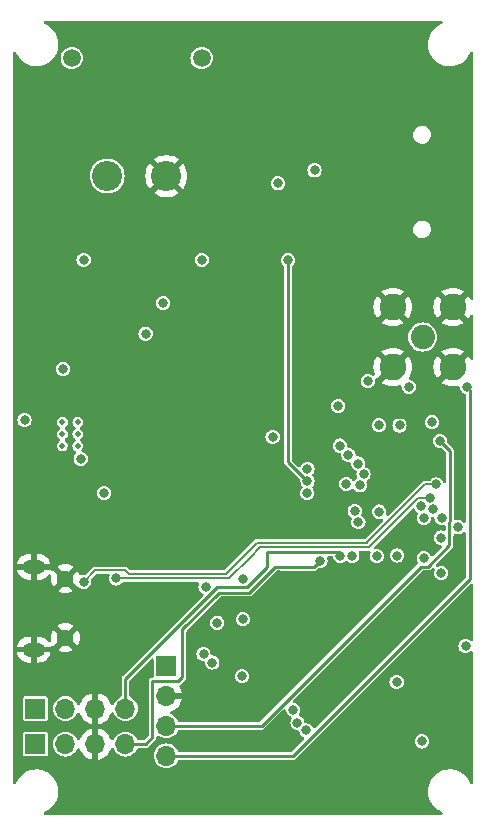
<source format=gbr>
%TF.GenerationSoftware,KiCad,Pcbnew,7.0.2*%
%TF.CreationDate,2023-04-27T13:29:06+10:00*%
%TF.ProjectId,neptune,6e657074-756e-4652-9e6b-696361645f70,rev?*%
%TF.SameCoordinates,Original*%
%TF.FileFunction,Copper,L2,Inr*%
%TF.FilePolarity,Positive*%
%FSLAX46Y46*%
G04 Gerber Fmt 4.6, Leading zero omitted, Abs format (unit mm)*
G04 Created by KiCad (PCBNEW 7.0.2) date 2023-04-27 13:29:06*
%MOMM*%
%LPD*%
G01*
G04 APERTURE LIST*
%TA.AperFunction,ComponentPad*%
%ADD10R,1.700000X1.700000*%
%TD*%
%TA.AperFunction,ComponentPad*%
%ADD11O,1.700000X1.700000*%
%TD*%
%TA.AperFunction,ComponentPad*%
%ADD12C,2.550000*%
%TD*%
%TA.AperFunction,ComponentPad*%
%ADD13C,1.500000*%
%TD*%
%TA.AperFunction,ComponentPad*%
%ADD14C,0.500000*%
%TD*%
%TA.AperFunction,ComponentPad*%
%ADD15C,2.050000*%
%TD*%
%TA.AperFunction,ComponentPad*%
%ADD16C,2.250000*%
%TD*%
%TA.AperFunction,ComponentPad*%
%ADD17O,1.900000X1.200000*%
%TD*%
%TA.AperFunction,ComponentPad*%
%ADD18C,1.450000*%
%TD*%
%TA.AperFunction,ViaPad*%
%ADD19C,0.800000*%
%TD*%
%TA.AperFunction,Conductor*%
%ADD20C,0.250000*%
%TD*%
%TA.AperFunction,Conductor*%
%ADD21C,0.200000*%
%TD*%
G04 APERTURE END LIST*
D10*
%TO.N,/STM32/S2_control*%
%TO.C,J7*%
X92670000Y-119000000D03*
D11*
%TO.N,+5V*%
X95210000Y-119000000D03*
%TO.N,GND*%
X97750000Y-119000000D03*
%TO.N,/STM32/S2_feedback*%
X100290000Y-119000000D03*
%TD*%
D10*
%TO.N,+3.3V*%
%TO.C,J5*%
X103750000Y-115380000D03*
D11*
%TO.N,GND*%
X103750000Y-117920000D03*
%TO.N,/STM32/SWDIO*%
X103750000Y-120460000D03*
%TO.N,/STM32/SWCLK*%
X103750000Y-123000000D03*
%TD*%
D12*
%TO.N,Net-(J2-Pin_1)*%
%TO.C,J2*%
X98750000Y-73912000D03*
%TO.N,GND*%
X103750000Y-73912000D03*
D13*
%TO.N,N/C*%
X106750000Y-63912000D03*
X95750000Y-63912000D03*
%TD*%
D14*
%TO.N,N/C*%
%TO.C,U3*%
X96250000Y-96750000D03*
X96250000Y-95750000D03*
X96250000Y-94750000D03*
X94950000Y-96750000D03*
X94950000Y-95750000D03*
X94950000Y-94750000D03*
%TD*%
D15*
%TO.N,Net-(J3-In)*%
%TO.C,J3*%
X125460000Y-87540000D03*
D16*
%TO.N,GND*%
X122920000Y-85000000D03*
X122920000Y-90080000D03*
X128000000Y-85000000D03*
X128000000Y-90080000D03*
%TD*%
D17*
%TO.N,GND*%
%TO.C,J4*%
X92512500Y-107000000D03*
D18*
X95212500Y-108000000D03*
X95212500Y-113000000D03*
D17*
X92512500Y-114000000D03*
%TD*%
D10*
%TO.N,/STM32/S1_control*%
%TO.C,J6*%
X92670000Y-122000000D03*
D11*
%TO.N,+5V*%
X95210000Y-122000000D03*
%TO.N,GND*%
X97750000Y-122000000D03*
%TO.N,/STM32/S1_feedback*%
X100290000Y-122000000D03*
%TD*%
D19*
%TO.N,GND*%
X119850000Y-114600000D03*
X113179392Y-94150500D03*
X127650000Y-106250000D03*
X109100000Y-86150000D03*
X91724500Y-96000000D03*
X112750000Y-75500000D03*
X105000000Y-100500000D03*
X106000000Y-85000000D03*
X95500000Y-93500000D03*
X126091823Y-95736905D03*
X115666825Y-92891077D03*
X115437451Y-113262049D03*
%TO.N,/STM32/OSC_OUT*%
X119500000Y-106049500D03*
X119168363Y-97525500D03*
%TO.N,+3.3V*%
X127001000Y-104521728D03*
X120011397Y-103224756D03*
X113200000Y-74525000D03*
X110250000Y-108000000D03*
X126250000Y-94750000D03*
X112750000Y-96000000D03*
X129086655Y-113710128D03*
X127024500Y-107515500D03*
X123250000Y-116750000D03*
X118303559Y-93374121D03*
%TO.N,VDC*%
X96750000Y-81000000D03*
X106750000Y-81000000D03*
%TO.N,Net-(U3-BOOT)*%
X96500000Y-97849502D03*
X98500000Y-100750000D03*
%TO.N,Net-(U7-VDDA)*%
X115688201Y-100762299D03*
%TO.N,Net-(U3-COMP)*%
X91747919Y-94569500D03*
X95000000Y-90250000D03*
%TO.N,/STM32/NRST*%
X125550500Y-106249098D03*
X120000000Y-98250000D03*
%TO.N,/STM32/OSC_IN*%
X115700500Y-98710494D03*
X118449500Y-96734211D03*
%TO.N,/CS_SD*%
X114050000Y-81025000D03*
X115700500Y-99750000D03*
%TO.N,/MOSI_SD*%
X116300000Y-73425000D03*
X124275500Y-91750500D03*
%TO.N,/STM32/SWDIO*%
X126900000Y-96325000D03*
%TO.N,/STM32/SWCLK*%
X129200000Y-91750500D03*
%TO.N,/STM32/S1_control*%
X123497643Y-95028815D03*
%TO.N,/STM32/S1_feedback*%
X116800000Y-106488426D03*
%TO.N,/STM32/S2_control*%
X121755000Y-95012751D03*
%TO.N,/STM32/S2_feedback*%
X118482443Y-106056542D03*
%TO.N,Net-(Q2-G)*%
X103495050Y-84654952D03*
X102000000Y-87250000D03*
%TO.N,/STM32/BOOT0*%
X120800000Y-91275000D03*
X125400000Y-121775000D03*
%TO.N,/MISO_RF*%
X127050982Y-102850500D03*
X114853497Y-120199166D03*
%TO.N,/MOSI_RF*%
X126345291Y-102119317D03*
X114500000Y-119099502D03*
%TO.N,/SCK_RF*%
X115614298Y-120847384D03*
X128450500Y-103650902D03*
%TO.N,/CS_RF*%
X118979030Y-99974500D03*
%TO.N,/RESET_RF*%
X120138008Y-100094528D03*
%TO.N,/RF_1O0*%
X120446991Y-99143983D03*
%TO.N,/STM32/USB_D-*%
X99500500Y-107975000D03*
X126039075Y-101162861D03*
%TO.N,/STM32/USB_D+*%
X96761076Y-108263924D03*
X126600500Y-100025500D03*
%TO.N,/IMU_SCK*%
X121579482Y-106104482D03*
X107647038Y-115099500D03*
%TO.N,/IMU_MISO*%
X119700000Y-102275000D03*
X107080902Y-108674500D03*
%TO.N,/IMU_MOSI*%
X121775500Y-102325000D03*
X106900000Y-114375000D03*
%TO.N,/CE_ACC*%
X108050500Y-111725000D03*
X125341467Y-101878646D03*
%TO.N,/CE_GYR*%
X125550500Y-102856046D03*
X110166521Y-116261830D03*
%TO.N,/CE_MAG*%
X110227570Y-111435478D03*
X123306032Y-106038926D03*
%TD*%
D20*
%TO.N,/CS_SD*%
X115700500Y-99750000D02*
X114050000Y-98099500D01*
X114050000Y-98099500D02*
X114050000Y-81025000D01*
%TO.N,/STM32/SWDIO*%
X127725500Y-105149500D02*
X127725500Y-103201287D01*
X127725500Y-103201287D02*
X127775982Y-103150805D01*
X125300902Y-106974098D02*
X125900902Y-106974098D01*
X125900902Y-106974098D02*
X127725500Y-105149500D01*
X111815000Y-120460000D02*
X125300902Y-106974098D01*
X103750000Y-120460000D02*
X111815000Y-120460000D01*
X127775982Y-97200982D02*
X126900000Y-96325000D01*
X127775982Y-103150805D02*
X127775982Y-97200982D01*
%TO.N,/STM32/SWCLK*%
X129450000Y-93875000D02*
X129450000Y-92000500D01*
X129450000Y-92000500D02*
X129200000Y-91750500D01*
X103750000Y-123000000D02*
X114486987Y-123000000D01*
X114486987Y-123000000D02*
X129450000Y-108036987D01*
X129450000Y-108036987D02*
X129450000Y-93875000D01*
%TO.N,/STM32/S1_feedback*%
X113550000Y-106975000D02*
X113601451Y-107026451D01*
X105120698Y-112295698D02*
X108241396Y-109175000D01*
X110736701Y-109175000D02*
X112936701Y-106975000D01*
X105120698Y-116359302D02*
X105120698Y-112295698D01*
X113601451Y-107026451D02*
X116261975Y-107026451D01*
X108241396Y-109175000D02*
X110736701Y-109175000D01*
X100290000Y-122000000D02*
X102000000Y-122000000D01*
X116261975Y-107026451D02*
X116800000Y-106488426D01*
X102575000Y-121425000D02*
X102575000Y-116700000D01*
X112936701Y-106975000D02*
X113550000Y-106975000D01*
X102000000Y-122000000D02*
X102575000Y-121425000D01*
X102575000Y-116700000D02*
X104780000Y-116700000D01*
X104780000Y-116700000D02*
X105120698Y-116359302D01*
%TO.N,/STM32/S2_feedback*%
X100290000Y-116490000D02*
X108055000Y-108725000D01*
X118189827Y-105763926D02*
X118482443Y-106056542D01*
X108055000Y-108725000D02*
X110550305Y-108725000D01*
X112300000Y-106975305D02*
X112300000Y-105763926D01*
X110550305Y-108725000D02*
X112300000Y-106975305D01*
X100290000Y-119000000D02*
X100290000Y-116490000D01*
X112300000Y-105763926D02*
X118189827Y-105763926D01*
D21*
%TO.N,/STM32/USB_D-*%
X99500500Y-107975000D02*
X109050000Y-107975000D01*
X109050000Y-107975000D02*
X110800000Y-106225000D01*
X120891237Y-105338926D02*
X125067302Y-101162861D01*
X110800000Y-106225000D02*
X111686074Y-105338926D01*
X111686074Y-105338926D02*
X120891237Y-105338926D01*
X125067302Y-101162861D02*
X126039075Y-101162861D01*
%TO.N,/STM32/USB_D+*%
X108800000Y-107575000D02*
X111436074Y-104938926D01*
X96761076Y-108263924D02*
X97750000Y-107275000D01*
X125638977Y-100025500D02*
X126600500Y-100025500D01*
X111436074Y-104938926D02*
X111800000Y-104938926D01*
X97750000Y-107275000D02*
X100250000Y-107275000D01*
X111800000Y-104938926D02*
X120725551Y-104938926D01*
X120725551Y-104938926D02*
X120744739Y-104919738D01*
X100550000Y-107575000D02*
X108800000Y-107575000D01*
X100250000Y-107275000D02*
X100550000Y-107575000D01*
X120744739Y-104919738D02*
X125638977Y-100025500D01*
%TD*%
%TA.AperFunction,Conductor*%
%TO.N,GND*%
G36*
X127065597Y-60770462D02*
G01*
X127120135Y-60825000D01*
X127140097Y-60899500D01*
X127120135Y-60974000D01*
X127065597Y-61028538D01*
X127044324Y-61038668D01*
X126962445Y-61069983D01*
X126726219Y-61202561D01*
X126511827Y-61368108D01*
X126511823Y-61368111D01*
X126511823Y-61368112D01*
X126421131Y-61462180D01*
X126323812Y-61563121D01*
X126166200Y-61783420D01*
X126042343Y-62024325D01*
X125954882Y-62280691D01*
X125905681Y-62547066D01*
X125895788Y-62817768D01*
X125925414Y-63087017D01*
X125993928Y-63349090D01*
X126099869Y-63598389D01*
X126240979Y-63829606D01*
X126240981Y-63829608D01*
X126240982Y-63829610D01*
X126414255Y-64037820D01*
X126615998Y-64218582D01*
X126841910Y-64368044D01*
X126964542Y-64425532D01*
X127087173Y-64483019D01*
X127087175Y-64483019D01*
X127087176Y-64483020D01*
X127346569Y-64561060D01*
X127614561Y-64600500D01*
X127814908Y-64600500D01*
X127817631Y-64600500D01*
X128020156Y-64585677D01*
X128284553Y-64526780D01*
X128398971Y-64483019D01*
X128537554Y-64430016D01*
X128537558Y-64430014D01*
X128773777Y-64297441D01*
X128988177Y-64131888D01*
X129176186Y-63936881D01*
X129333799Y-63716579D01*
X129457656Y-63475675D01*
X129459481Y-63470325D01*
X129502427Y-63406263D01*
X129571652Y-63372254D01*
X129648608Y-63377415D01*
X129712672Y-63420362D01*
X129746681Y-63489587D01*
X129749500Y-63518435D01*
X129749499Y-84228261D01*
X129729537Y-84302761D01*
X129674999Y-84357299D01*
X129600499Y-84377261D01*
X129525999Y-84357299D01*
X129471461Y-84302761D01*
X129462840Y-84285278D01*
X129452363Y-84259983D01*
X129318717Y-84041895D01*
X129315464Y-84038087D01*
X128751232Y-84602319D01*
X128707684Y-84520178D01*
X128587991Y-84379265D01*
X128440805Y-84267377D01*
X128398595Y-84247848D01*
X128961911Y-83684533D01*
X128958103Y-83681281D01*
X128740016Y-83547636D01*
X128503705Y-83449753D01*
X128254993Y-83390043D01*
X128000000Y-83369975D01*
X127745006Y-83390043D01*
X127496294Y-83449753D01*
X127259980Y-83547637D01*
X127041899Y-83681278D01*
X127038087Y-83684533D01*
X127601391Y-84247837D01*
X127482569Y-84319331D01*
X127348342Y-84446477D01*
X127245138Y-84598691D01*
X126684533Y-84038087D01*
X126681278Y-84041899D01*
X126547637Y-84259980D01*
X126449753Y-84496294D01*
X126390043Y-84745006D01*
X126369975Y-84999999D01*
X126390043Y-85254993D01*
X126449753Y-85503705D01*
X126547636Y-85740016D01*
X126681281Y-85958103D01*
X126684533Y-85961911D01*
X127248766Y-85397678D01*
X127292316Y-85479822D01*
X127412009Y-85620735D01*
X127559195Y-85732623D01*
X127601402Y-85752150D01*
X127038087Y-86315464D01*
X127041895Y-86318717D01*
X127259984Y-86452363D01*
X127496294Y-86550246D01*
X127745006Y-86609956D01*
X128000000Y-86630024D01*
X128254993Y-86609956D01*
X128503705Y-86550246D01*
X128740015Y-86452363D01*
X128958104Y-86318717D01*
X128961911Y-86315464D01*
X128398609Y-85752162D01*
X128517431Y-85680669D01*
X128651658Y-85553523D01*
X128754861Y-85401308D01*
X129315464Y-85961911D01*
X129318717Y-85958104D01*
X129452362Y-85740017D01*
X129462839Y-85714723D01*
X129509790Y-85653531D01*
X129581046Y-85624013D01*
X129657514Y-85634078D01*
X129718706Y-85681029D01*
X129748224Y-85752285D01*
X129749499Y-85771738D01*
X129749499Y-89308261D01*
X129729537Y-89382761D01*
X129674999Y-89437299D01*
X129600499Y-89457261D01*
X129525999Y-89437299D01*
X129471461Y-89382761D01*
X129462840Y-89365278D01*
X129452363Y-89339983D01*
X129318717Y-89121895D01*
X129315464Y-89118087D01*
X128751232Y-89682319D01*
X128707684Y-89600178D01*
X128587991Y-89459265D01*
X128440805Y-89347377D01*
X128398595Y-89327848D01*
X128961911Y-88764533D01*
X128958103Y-88761281D01*
X128740016Y-88627636D01*
X128503705Y-88529753D01*
X128254993Y-88470043D01*
X128000000Y-88449975D01*
X127745006Y-88470043D01*
X127496294Y-88529753D01*
X127259980Y-88627637D01*
X127041895Y-88761281D01*
X127038087Y-88764533D01*
X127601391Y-89327837D01*
X127482569Y-89399331D01*
X127348342Y-89526477D01*
X127245138Y-89678692D01*
X126684533Y-89118087D01*
X126681281Y-89121895D01*
X126547637Y-89339980D01*
X126449753Y-89576294D01*
X126390043Y-89825006D01*
X126369975Y-90080000D01*
X126390043Y-90334993D01*
X126449753Y-90583705D01*
X126547636Y-90820016D01*
X126681281Y-91038103D01*
X126684533Y-91041911D01*
X127248766Y-90477677D01*
X127292316Y-90559822D01*
X127412009Y-90700735D01*
X127559195Y-90812623D01*
X127601402Y-90832150D01*
X127038087Y-91395464D01*
X127041895Y-91398717D01*
X127259984Y-91532363D01*
X127496294Y-91630246D01*
X127745006Y-91689956D01*
X128000000Y-91710024D01*
X128254991Y-91689957D01*
X128415284Y-91651473D01*
X128492386Y-91653492D01*
X128558149Y-91693790D01*
X128594952Y-91761571D01*
X128597794Y-91776908D01*
X128614955Y-91907260D01*
X128614956Y-91907262D01*
X128675464Y-92053341D01*
X128771718Y-92178782D01*
X128897159Y-92275036D01*
X129032519Y-92331104D01*
X129093709Y-92378057D01*
X129123224Y-92449314D01*
X129124499Y-92468762D01*
X129124500Y-93846524D01*
X129124500Y-103109024D01*
X129104538Y-103183524D01*
X129050000Y-103238062D01*
X128975500Y-103258024D01*
X128901000Y-103238062D01*
X128884795Y-103227234D01*
X128753341Y-103126366D01*
X128607260Y-103065857D01*
X128450500Y-103045219D01*
X128274289Y-103068418D01*
X128273785Y-103064595D01*
X128231017Y-103070221D01*
X128159764Y-103040698D01*
X128112818Y-102979503D01*
X128101482Y-102922498D01*
X128101482Y-97221701D01*
X128102049Y-97208714D01*
X128105246Y-97172175D01*
X128095747Y-97136728D01*
X128092938Y-97124050D01*
X128086039Y-97084922D01*
X128077291Y-97063804D01*
X128054499Y-97031253D01*
X128047516Y-97020292D01*
X128029176Y-96988527D01*
X128001076Y-96964948D01*
X127991493Y-96956167D01*
X127540728Y-96505402D01*
X127502164Y-96438607D01*
X127498362Y-96380595D01*
X127505682Y-96325000D01*
X127503171Y-96305929D01*
X127485044Y-96168239D01*
X127480290Y-96156762D01*
X127424536Y-96022159D01*
X127328282Y-95896718D01*
X127202841Y-95800464D01*
X127202840Y-95800464D01*
X127056760Y-95739955D01*
X126900000Y-95719317D01*
X126743239Y-95739955D01*
X126597158Y-95800464D01*
X126471718Y-95896718D01*
X126375464Y-96022158D01*
X126314955Y-96168239D01*
X126294317Y-96325000D01*
X126314955Y-96481760D01*
X126354591Y-96577449D01*
X126375464Y-96627841D01*
X126471718Y-96753282D01*
X126597159Y-96849536D01*
X126743238Y-96910044D01*
X126771548Y-96913771D01*
X126899997Y-96930682D01*
X126899998Y-96930681D01*
X126900000Y-96930682D01*
X126955594Y-96923362D01*
X127032060Y-96933428D01*
X127080402Y-96965728D01*
X127406841Y-97292167D01*
X127445405Y-97358962D01*
X127450482Y-97397526D01*
X127450482Y-99759281D01*
X127430520Y-99833781D01*
X127375982Y-99888319D01*
X127301482Y-99908281D01*
X127226982Y-99888319D01*
X127172444Y-99833781D01*
X127163824Y-99816301D01*
X127140205Y-99759281D01*
X127125036Y-99722659D01*
X127028782Y-99597218D01*
X126903341Y-99500964D01*
X126805170Y-99460300D01*
X126757260Y-99440455D01*
X126600499Y-99419817D01*
X126443739Y-99440455D01*
X126297658Y-99500964D01*
X126172218Y-99597218D01*
X126118899Y-99666705D01*
X126057709Y-99713658D01*
X126000689Y-99725000D01*
X125712299Y-99725000D01*
X125694576Y-99722109D01*
X125635482Y-99724841D01*
X125628602Y-99725000D01*
X125609120Y-99725000D01*
X125593934Y-99726761D01*
X125568986Y-99727914D01*
X125565298Y-99729543D01*
X125532501Y-99739699D01*
X125528542Y-99740439D01*
X125507308Y-99753586D01*
X125489063Y-99763203D01*
X125466213Y-99773293D01*
X125463363Y-99776143D01*
X125436454Y-99797457D01*
X125433024Y-99799580D01*
X125417976Y-99819507D01*
X125404433Y-99835071D01*
X122609357Y-102630148D01*
X122542562Y-102668712D01*
X122465434Y-102668712D01*
X122398639Y-102630148D01*
X122360075Y-102563353D01*
X122360075Y-102501486D01*
X122357984Y-102501211D01*
X122381182Y-102325000D01*
X122360544Y-102168239D01*
X122360544Y-102168238D01*
X122300036Y-102022159D01*
X122203782Y-101896718D01*
X122078341Y-101800464D01*
X121932262Y-101739956D01*
X121932260Y-101739955D01*
X121775499Y-101719317D01*
X121618739Y-101739955D01*
X121472658Y-101800464D01*
X121347218Y-101896718D01*
X121250964Y-102022158D01*
X121190455Y-102168239D01*
X121169817Y-102324999D01*
X121190455Y-102481760D01*
X121220049Y-102553205D01*
X121250964Y-102627841D01*
X121347218Y-102753282D01*
X121472659Y-102849536D01*
X121618738Y-102910044D01*
X121697119Y-102920362D01*
X121775499Y-102930682D01*
X121775499Y-102930681D01*
X121775500Y-102930682D01*
X121812464Y-102925815D01*
X121951711Y-102907484D01*
X121952222Y-102911370D01*
X121994698Y-102905767D01*
X122065963Y-102935263D01*
X122112932Y-102996440D01*
X122123019Y-103072906D01*
X122093523Y-103144171D01*
X122080648Y-103158856D01*
X120644721Y-104594785D01*
X120577926Y-104633349D01*
X120539362Y-104638426D01*
X111509399Y-104638426D01*
X111491671Y-104635534D01*
X111432566Y-104638267D01*
X111425685Y-104638426D01*
X111406221Y-104638426D01*
X111391045Y-104640186D01*
X111366082Y-104641340D01*
X111362395Y-104642969D01*
X111329598Y-104653125D01*
X111325639Y-104653865D01*
X111304405Y-104667012D01*
X111286160Y-104676629D01*
X111263310Y-104686719D01*
X111260460Y-104689569D01*
X111233551Y-104710883D01*
X111230121Y-104713006D01*
X111215073Y-104732933D01*
X111201530Y-104748497D01*
X108719170Y-107230859D01*
X108652375Y-107269423D01*
X108613811Y-107274500D01*
X100736189Y-107274500D01*
X100661689Y-107254538D01*
X100630830Y-107230859D01*
X100514335Y-107114364D01*
X100503847Y-107099786D01*
X100460123Y-107059927D01*
X100455144Y-107055173D01*
X100441373Y-107041402D01*
X100429393Y-107031912D01*
X100410933Y-107015083D01*
X100407173Y-107013627D01*
X100376801Y-106997618D01*
X100373480Y-106995343D01*
X100349167Y-106989624D01*
X100329462Y-106983522D01*
X100306173Y-106974500D01*
X100302149Y-106974500D01*
X100268035Y-106970542D01*
X100264119Y-106969621D01*
X100239387Y-106973071D01*
X100218802Y-106974500D01*
X97823322Y-106974500D01*
X97805599Y-106971609D01*
X97746505Y-106974341D01*
X97739625Y-106974500D01*
X97720143Y-106974500D01*
X97704957Y-106976261D01*
X97680009Y-106977414D01*
X97676321Y-106979043D01*
X97643524Y-106989199D01*
X97639565Y-106989939D01*
X97618331Y-107003086D01*
X97600086Y-107012703D01*
X97577236Y-107022793D01*
X97574386Y-107025643D01*
X97547477Y-107046957D01*
X97544047Y-107049080D01*
X97528999Y-107069007D01*
X97515456Y-107084571D01*
X96972720Y-107627307D01*
X96905925Y-107665871D01*
X96847914Y-107669673D01*
X96761076Y-107658241D01*
X96604312Y-107678879D01*
X96572578Y-107692024D01*
X96496110Y-107702090D01*
X96424853Y-107672573D01*
X96377902Y-107611382D01*
X96371637Y-107592927D01*
X96368018Y-107579421D01*
X96277433Y-107385162D01*
X96237673Y-107328379D01*
X95632304Y-107933747D01*
X95621738Y-107867031D01*
X95560618Y-107747077D01*
X95465423Y-107651882D01*
X95345469Y-107590762D01*
X95278749Y-107580194D01*
X95884120Y-106974824D01*
X95827340Y-106935066D01*
X95633075Y-106844480D01*
X95426032Y-106789002D01*
X95212500Y-106770321D01*
X94998967Y-106789002D01*
X94791925Y-106844479D01*
X94597660Y-106935067D01*
X94540879Y-106974825D01*
X95146248Y-107580194D01*
X95079531Y-107590762D01*
X94959577Y-107651882D01*
X94864382Y-107747077D01*
X94803262Y-107867031D01*
X94792695Y-107933749D01*
X94187324Y-107328379D01*
X94165039Y-107330328D01*
X94156668Y-107337353D01*
X94080711Y-107350745D01*
X94008235Y-107324363D01*
X93981094Y-107299885D01*
X93937869Y-107250000D01*
X93028611Y-107250000D01*
X93068110Y-107225543D01*
X93135701Y-107136038D01*
X93166395Y-107028160D01*
X93156046Y-106916479D01*
X93106052Y-106816078D01*
X93033569Y-106750000D01*
X93933758Y-106750000D01*
X93906730Y-106638587D01*
X93819463Y-106447500D01*
X93697604Y-106276373D01*
X93545568Y-106131407D01*
X93368843Y-106017833D01*
X93173817Y-105939756D01*
X92967534Y-105900000D01*
X92762500Y-105900000D01*
X92762500Y-106700000D01*
X92262500Y-106700000D01*
X92262500Y-105900000D01*
X92113643Y-105900000D01*
X92106561Y-105900337D01*
X91953375Y-105914964D01*
X91751814Y-105974148D01*
X91565090Y-106070410D01*
X91399959Y-106200272D01*
X91262390Y-106359033D01*
X91157351Y-106540966D01*
X91088644Y-106739484D01*
X91087132Y-106750000D01*
X91996389Y-106750000D01*
X91956890Y-106774457D01*
X91889299Y-106863962D01*
X91858605Y-106971840D01*
X91868954Y-107083521D01*
X91918948Y-107183922D01*
X91991431Y-107250000D01*
X91091242Y-107250000D01*
X91118269Y-107361412D01*
X91205536Y-107552499D01*
X91327395Y-107723626D01*
X91479431Y-107868592D01*
X91656156Y-107982166D01*
X91851182Y-108060243D01*
X92057466Y-108100000D01*
X92262500Y-108100000D01*
X92262500Y-107300000D01*
X92762500Y-107300000D01*
X92762500Y-108100000D01*
X92911357Y-108100000D01*
X92918438Y-108099662D01*
X93071624Y-108085035D01*
X93273185Y-108025851D01*
X93459909Y-107929589D01*
X93625039Y-107799728D01*
X93741375Y-107665470D01*
X93805249Y-107622239D01*
X93882180Y-107616737D01*
X93951556Y-107650437D01*
X93994787Y-107714311D01*
X94002415Y-107776030D01*
X93982821Y-107999999D01*
X94001502Y-108213532D01*
X94056980Y-108420575D01*
X94147566Y-108614840D01*
X94187324Y-108671619D01*
X94792694Y-108066249D01*
X94803262Y-108132969D01*
X94864382Y-108252923D01*
X94959577Y-108348118D01*
X95079531Y-108409238D01*
X95146248Y-108419804D01*
X94540878Y-109025174D01*
X94597660Y-109064933D01*
X94791924Y-109155519D01*
X94998967Y-109210997D01*
X95212499Y-109229678D01*
X95426032Y-109210997D01*
X95633074Y-109155520D01*
X95827339Y-109064932D01*
X95884120Y-109025173D01*
X95278751Y-108419804D01*
X95345469Y-108409238D01*
X95465423Y-108348118D01*
X95560618Y-108252923D01*
X95621738Y-108132969D01*
X95632304Y-108066250D01*
X96237674Y-108671619D01*
X96241253Y-108671306D01*
X96317210Y-108684699D01*
X96344942Y-108701527D01*
X96458235Y-108788460D01*
X96604314Y-108848968D01*
X96761076Y-108869606D01*
X96917838Y-108848968D01*
X97063917Y-108788460D01*
X97189358Y-108692206D01*
X97285612Y-108566765D01*
X97346120Y-108420686D01*
X97366758Y-108263924D01*
X97355325Y-108177084D01*
X97365391Y-108100619D01*
X97397688Y-108052281D01*
X97830829Y-107619141D01*
X97897625Y-107580577D01*
X97936189Y-107575500D01*
X98793007Y-107575500D01*
X98867507Y-107595462D01*
X98922045Y-107650000D01*
X98942007Y-107724500D01*
X98930665Y-107781520D01*
X98915455Y-107818239D01*
X98894817Y-107974999D01*
X98915455Y-108131760D01*
X98915456Y-108131762D01*
X98975964Y-108277841D01*
X99072218Y-108403282D01*
X99197659Y-108499536D01*
X99343738Y-108560044D01*
X99422119Y-108570363D01*
X99500499Y-108580682D01*
X99500499Y-108580681D01*
X99500500Y-108580682D01*
X99657262Y-108560044D01*
X99803341Y-108499536D01*
X99928782Y-108403282D01*
X99982101Y-108333794D01*
X100043291Y-108286842D01*
X100100311Y-108275500D01*
X106373202Y-108275500D01*
X106447702Y-108295462D01*
X106502240Y-108350000D01*
X106522202Y-108424500D01*
X106510860Y-108481520D01*
X106495857Y-108517739D01*
X106475219Y-108674500D01*
X106495857Y-108831260D01*
X106495858Y-108831262D01*
X106556366Y-108977341D01*
X106652620Y-109102782D01*
X106778061Y-109199036D01*
X106806937Y-109210997D01*
X106814277Y-109214037D01*
X106875467Y-109260989D01*
X106904983Y-109332246D01*
X106894916Y-109408714D01*
X106862617Y-109457054D01*
X100074484Y-116245188D01*
X100064903Y-116253968D01*
X100036805Y-116277545D01*
X100018460Y-116309319D01*
X100011480Y-116320275D01*
X99988692Y-116352821D01*
X99979942Y-116373944D01*
X99973042Y-116413076D01*
X99970229Y-116425761D01*
X99960735Y-116461191D01*
X99963933Y-116497732D01*
X99964500Y-116510719D01*
X99964500Y-117893526D01*
X99944538Y-117968026D01*
X99890000Y-118022564D01*
X99885739Y-118024932D01*
X99703548Y-118122316D01*
X99543589Y-118253589D01*
X99412316Y-118413548D01*
X99309078Y-118606691D01*
X99256353Y-118662984D01*
X99182546Y-118685372D01*
X99107433Y-118667858D01*
X99051140Y-118615133D01*
X99033749Y-118575016D01*
X99023431Y-118536509D01*
X98923600Y-118322423D01*
X98788109Y-118128921D01*
X98621075Y-117961887D01*
X98427582Y-117826401D01*
X98213491Y-117726568D01*
X98000000Y-117669363D01*
X98000000Y-118564498D01*
X97892315Y-118515320D01*
X97785763Y-118500000D01*
X97714237Y-118500000D01*
X97607685Y-118515320D01*
X97500000Y-118564498D01*
X97500000Y-117669364D01*
X97499999Y-117669363D01*
X97286509Y-117726568D01*
X97072423Y-117826399D01*
X96878921Y-117961890D01*
X96711890Y-118128921D01*
X96576399Y-118322423D01*
X96476567Y-118536511D01*
X96466249Y-118575019D01*
X96427684Y-118641813D01*
X96360888Y-118680376D01*
X96283760Y-118680374D01*
X96216966Y-118641809D01*
X96190921Y-118606690D01*
X96173992Y-118575019D01*
X96087685Y-118413550D01*
X96080406Y-118404680D01*
X95956410Y-118253589D01*
X95796451Y-118122316D01*
X95796450Y-118122315D01*
X95613954Y-118024768D01*
X95613953Y-118024767D01*
X95613952Y-118024767D01*
X95415932Y-117964699D01*
X95210000Y-117944416D01*
X95004067Y-117964699D01*
X94806047Y-118024767D01*
X94623548Y-118122316D01*
X94463589Y-118253589D01*
X94332316Y-118413548D01*
X94234767Y-118596047D01*
X94174699Y-118794067D01*
X94154416Y-118999999D01*
X94174699Y-119205932D01*
X94231539Y-119393308D01*
X94234768Y-119403954D01*
X94332315Y-119586450D01*
X94339501Y-119595206D01*
X94463589Y-119746410D01*
X94574901Y-119837760D01*
X94623550Y-119877685D01*
X94806046Y-119975232D01*
X95004066Y-120035300D01*
X95210000Y-120055583D01*
X95415934Y-120035300D01*
X95613954Y-119975232D01*
X95796450Y-119877685D01*
X95956410Y-119746410D01*
X96087685Y-119586450D01*
X96185232Y-119403954D01*
X96185233Y-119403950D01*
X96190921Y-119393309D01*
X96243645Y-119337016D01*
X96317452Y-119314627D01*
X96392565Y-119332141D01*
X96448858Y-119384865D01*
X96466249Y-119424981D01*
X96476567Y-119463487D01*
X96576401Y-119677582D01*
X96711887Y-119871075D01*
X96878924Y-120038112D01*
X97072417Y-120173598D01*
X97286509Y-120273430D01*
X97500000Y-120330634D01*
X97500000Y-119435501D01*
X97607685Y-119484680D01*
X97714237Y-119500000D01*
X97785763Y-119500000D01*
X97892315Y-119484680D01*
X98000000Y-119435501D01*
X98000000Y-120330633D01*
X98213490Y-120273430D01*
X98427582Y-120173598D01*
X98621075Y-120038112D01*
X98788112Y-119871075D01*
X98923598Y-119677582D01*
X99023430Y-119463491D01*
X99033749Y-119424983D01*
X99072313Y-119358188D01*
X99139107Y-119319624D01*
X99216236Y-119319624D01*
X99283031Y-119358188D01*
X99309078Y-119393308D01*
X99314767Y-119403952D01*
X99314768Y-119403954D01*
X99412315Y-119586450D01*
X99419501Y-119595206D01*
X99543589Y-119746410D01*
X99654901Y-119837760D01*
X99703550Y-119877685D01*
X99886046Y-119975232D01*
X100084066Y-120035300D01*
X100187032Y-120045441D01*
X100289999Y-120055583D01*
X100289999Y-120055582D01*
X100290000Y-120055583D01*
X100495934Y-120035300D01*
X100693954Y-119975232D01*
X100876450Y-119877685D01*
X101036410Y-119746410D01*
X101167685Y-119586450D01*
X101265232Y-119403954D01*
X101325300Y-119205934D01*
X101345583Y-119000000D01*
X101325300Y-118794066D01*
X101265232Y-118596046D01*
X101167685Y-118413550D01*
X101127760Y-118364901D01*
X101036410Y-118253589D01*
X100876451Y-118122316D01*
X100876450Y-118122315D01*
X100694261Y-118024932D01*
X100637968Y-117972207D01*
X100615580Y-117898400D01*
X100615500Y-117893526D01*
X100615500Y-116686544D01*
X100635462Y-116612044D01*
X100659141Y-116581185D01*
X101535144Y-115705182D01*
X102445142Y-114795183D01*
X102511935Y-114756621D01*
X102589063Y-114756621D01*
X102655858Y-114795185D01*
X102694422Y-114861980D01*
X102699499Y-114900544D01*
X102699500Y-116225500D01*
X102679538Y-116300000D01*
X102625000Y-116354538D01*
X102550500Y-116374500D01*
X102517605Y-116374500D01*
X102502673Y-116379934D01*
X102477597Y-116386653D01*
X102461955Y-116389411D01*
X102448197Y-116397354D01*
X102424671Y-116408324D01*
X102409740Y-116413759D01*
X102397573Y-116423968D01*
X102376305Y-116438860D01*
X102362546Y-116446804D01*
X102352331Y-116458977D01*
X102333975Y-116477332D01*
X102321806Y-116487543D01*
X102313863Y-116501301D01*
X102298972Y-116522567D01*
X102288760Y-116534738D01*
X102283325Y-116549669D01*
X102272354Y-116573198D01*
X102264410Y-116586957D01*
X102261654Y-116602591D01*
X102254934Y-116627671D01*
X102249499Y-116642602D01*
X102249500Y-116671525D01*
X102249499Y-121228455D01*
X102229537Y-121302955D01*
X102205858Y-121333814D01*
X101908815Y-121630859D01*
X101842021Y-121669423D01*
X101803456Y-121674500D01*
X101396473Y-121674500D01*
X101321973Y-121654538D01*
X101267435Y-121600000D01*
X101265067Y-121595738D01*
X101253992Y-121575019D01*
X101167685Y-121413550D01*
X101137187Y-121376388D01*
X101036410Y-121253589D01*
X100876451Y-121122316D01*
X100876450Y-121122315D01*
X100693954Y-121024768D01*
X100693953Y-121024767D01*
X100693952Y-121024767D01*
X100495932Y-120964699D01*
X100289999Y-120944416D01*
X100084067Y-120964699D01*
X99886047Y-121024767D01*
X99703548Y-121122316D01*
X99543589Y-121253589D01*
X99412316Y-121413548D01*
X99309078Y-121606691D01*
X99256353Y-121662984D01*
X99182546Y-121685372D01*
X99107433Y-121667858D01*
X99051140Y-121615133D01*
X99033749Y-121575016D01*
X99023431Y-121536509D01*
X98923600Y-121322423D01*
X98788109Y-121128921D01*
X98621075Y-120961887D01*
X98427582Y-120826401D01*
X98213491Y-120726568D01*
X98000000Y-120669363D01*
X98000000Y-121564498D01*
X97892315Y-121515320D01*
X97785763Y-121500000D01*
X97714237Y-121500000D01*
X97607685Y-121515320D01*
X97500000Y-121564498D01*
X97500000Y-120669364D01*
X97499999Y-120669363D01*
X97286509Y-120726568D01*
X97072423Y-120826399D01*
X96878921Y-120961890D01*
X96711890Y-121128921D01*
X96576399Y-121322423D01*
X96476567Y-121536511D01*
X96466249Y-121575019D01*
X96427684Y-121641813D01*
X96360888Y-121680376D01*
X96283760Y-121680374D01*
X96216966Y-121641809D01*
X96190921Y-121606690D01*
X96173992Y-121575019D01*
X96087685Y-121413550D01*
X96057187Y-121376388D01*
X95956410Y-121253589D01*
X95796451Y-121122316D01*
X95796450Y-121122315D01*
X95613954Y-121024768D01*
X95613953Y-121024767D01*
X95613952Y-121024767D01*
X95415932Y-120964699D01*
X95209999Y-120944416D01*
X95004067Y-120964699D01*
X94806047Y-121024767D01*
X94623548Y-121122316D01*
X94463589Y-121253589D01*
X94332316Y-121413548D01*
X94234767Y-121596047D01*
X94174699Y-121794067D01*
X94154416Y-122000000D01*
X94174699Y-122205932D01*
X94231539Y-122393308D01*
X94234768Y-122403954D01*
X94332315Y-122586450D01*
X94340190Y-122596046D01*
X94463589Y-122746410D01*
X94574901Y-122837760D01*
X94623550Y-122877685D01*
X94806046Y-122975232D01*
X95004066Y-123035300D01*
X95107032Y-123045441D01*
X95209999Y-123055583D01*
X95209999Y-123055582D01*
X95210000Y-123055583D01*
X95415934Y-123035300D01*
X95613954Y-122975232D01*
X95796450Y-122877685D01*
X95956410Y-122746410D01*
X96087685Y-122586450D01*
X96185232Y-122403954D01*
X96185233Y-122403950D01*
X96190921Y-122393309D01*
X96243645Y-122337016D01*
X96317452Y-122314627D01*
X96392565Y-122332141D01*
X96448858Y-122384865D01*
X96466249Y-122424981D01*
X96476567Y-122463487D01*
X96576401Y-122677582D01*
X96711887Y-122871075D01*
X96878924Y-123038112D01*
X97072417Y-123173598D01*
X97286509Y-123273430D01*
X97500000Y-123330634D01*
X97500000Y-122435501D01*
X97607685Y-122484680D01*
X97714237Y-122500000D01*
X97785763Y-122500000D01*
X97892315Y-122484680D01*
X98000000Y-122435501D01*
X98000000Y-123330633D01*
X98213490Y-123273430D01*
X98427582Y-123173598D01*
X98621075Y-123038112D01*
X98788112Y-122871075D01*
X98923598Y-122677582D01*
X99023430Y-122463491D01*
X99033749Y-122424983D01*
X99072313Y-122358188D01*
X99139107Y-122319624D01*
X99216236Y-122319624D01*
X99283031Y-122358188D01*
X99309078Y-122393308D01*
X99314767Y-122403952D01*
X99314768Y-122403954D01*
X99412315Y-122586450D01*
X99420190Y-122596046D01*
X99543589Y-122746410D01*
X99654901Y-122837760D01*
X99703550Y-122877685D01*
X99886046Y-122975232D01*
X100084066Y-123035300D01*
X100290000Y-123055583D01*
X100495934Y-123035300D01*
X100693954Y-122975232D01*
X100876450Y-122877685D01*
X101036410Y-122746410D01*
X101167685Y-122586450D01*
X101265067Y-122404261D01*
X101317791Y-122347969D01*
X101391598Y-122325580D01*
X101396473Y-122325500D01*
X101979280Y-122325500D01*
X101992266Y-122326066D01*
X102028807Y-122329264D01*
X102064253Y-122319765D01*
X102076917Y-122316957D01*
X102113045Y-122310588D01*
X102113046Y-122310587D01*
X102116065Y-122310055D01*
X102137171Y-122301312D01*
X102139680Y-122299554D01*
X102139684Y-122299554D01*
X102169734Y-122278511D01*
X102180669Y-122271544D01*
X102212455Y-122253194D01*
X102236044Y-122225080D01*
X102244804Y-122215520D01*
X102790526Y-121669798D01*
X102800087Y-121661038D01*
X102828194Y-121637455D01*
X102846542Y-121605674D01*
X102853501Y-121594748D01*
X102874554Y-121564684D01*
X102874555Y-121564679D01*
X102876313Y-121562169D01*
X102885055Y-121541065D01*
X102885587Y-121538046D01*
X102885588Y-121538045D01*
X102891957Y-121501917D01*
X102894764Y-121489257D01*
X102904264Y-121453807D01*
X102904136Y-121452344D01*
X102917529Y-121376388D01*
X102967106Y-121317305D01*
X103039582Y-121290925D01*
X103115539Y-121304318D01*
X103147094Y-121324180D01*
X103163550Y-121337685D01*
X103346046Y-121435232D01*
X103544066Y-121495300D01*
X103750000Y-121515583D01*
X103955934Y-121495300D01*
X104153954Y-121435232D01*
X104336450Y-121337685D01*
X104496410Y-121206410D01*
X104627685Y-121046450D01*
X104725067Y-120864261D01*
X104777791Y-120807969D01*
X104851598Y-120785580D01*
X104856473Y-120785500D01*
X111794280Y-120785500D01*
X111807266Y-120786066D01*
X111843807Y-120789264D01*
X111879253Y-120779765D01*
X111891917Y-120776957D01*
X111928045Y-120770588D01*
X111928046Y-120770587D01*
X111931065Y-120770055D01*
X111952171Y-120761312D01*
X111954680Y-120759554D01*
X111954684Y-120759554D01*
X111984734Y-120738511D01*
X111995669Y-120731544D01*
X112027455Y-120713194D01*
X112051044Y-120685080D01*
X112059804Y-120675520D01*
X113650600Y-119084724D01*
X113717393Y-119046162D01*
X113794521Y-119046162D01*
X113861316Y-119084726D01*
X113899880Y-119151521D01*
X113903682Y-119170636D01*
X113914955Y-119256262D01*
X113936845Y-119309108D01*
X113975464Y-119402343D01*
X114071718Y-119527784D01*
X114197159Y-119624038D01*
X114276316Y-119656826D01*
X114337505Y-119703777D01*
X114367021Y-119775034D01*
X114356954Y-119851502D01*
X114337507Y-119885186D01*
X114328962Y-119896322D01*
X114268452Y-120042405D01*
X114247814Y-120199166D01*
X114268452Y-120355926D01*
X114328960Y-120502007D01*
X114328961Y-120502007D01*
X114425215Y-120627448D01*
X114550656Y-120723702D01*
X114696735Y-120784210D01*
X114726966Y-120788190D01*
X114872945Y-120807409D01*
X114872919Y-120807604D01*
X114929204Y-120815011D01*
X114990396Y-120861961D01*
X115019915Y-120933217D01*
X115019916Y-120933223D01*
X115029253Y-121004144D01*
X115046777Y-121046450D01*
X115089762Y-121150225D01*
X115186016Y-121275666D01*
X115311457Y-121371920D01*
X115348176Y-121387129D01*
X115409363Y-121434079D01*
X115438880Y-121505336D01*
X115428814Y-121581804D01*
X115396514Y-121630145D01*
X114395802Y-122630859D01*
X114329007Y-122669423D01*
X114290443Y-122674500D01*
X104856473Y-122674500D01*
X104781973Y-122654538D01*
X104727435Y-122600000D01*
X104725067Y-122595738D01*
X104720102Y-122586450D01*
X104627685Y-122413550D01*
X104582251Y-122358188D01*
X104496410Y-122253589D01*
X104336451Y-122122316D01*
X104336450Y-122122315D01*
X104153954Y-122024768D01*
X104153953Y-122024767D01*
X104153952Y-122024767D01*
X103955932Y-121964699D01*
X103750000Y-121944416D01*
X103544067Y-121964699D01*
X103346047Y-122024767D01*
X103163548Y-122122316D01*
X103003589Y-122253589D01*
X102872316Y-122413548D01*
X102774767Y-122596047D01*
X102714699Y-122794067D01*
X102694416Y-123000000D01*
X102714699Y-123205932D01*
X102752527Y-123330634D01*
X102774768Y-123403954D01*
X102872314Y-123586449D01*
X102872316Y-123586451D01*
X103003589Y-123746410D01*
X103114901Y-123837760D01*
X103163550Y-123877685D01*
X103346046Y-123975232D01*
X103544066Y-124035300D01*
X103750000Y-124055583D01*
X103955934Y-124035300D01*
X104153954Y-123975232D01*
X104336450Y-123877685D01*
X104496410Y-123746410D01*
X104627685Y-123586450D01*
X104725067Y-123404261D01*
X104777791Y-123347969D01*
X104851598Y-123325580D01*
X104856473Y-123325500D01*
X114466267Y-123325500D01*
X114479253Y-123326066D01*
X114515794Y-123329264D01*
X114551240Y-123319765D01*
X114563904Y-123316957D01*
X114600032Y-123310588D01*
X114600033Y-123310587D01*
X114603052Y-123310055D01*
X114624158Y-123301312D01*
X114626667Y-123299554D01*
X114626671Y-123299554D01*
X114656721Y-123278511D01*
X114667656Y-123271544D01*
X114699442Y-123253194D01*
X114723031Y-123225080D01*
X114731791Y-123215520D01*
X116172311Y-121775000D01*
X124794317Y-121775000D01*
X124814955Y-121931760D01*
X124814956Y-121931762D01*
X124875464Y-122077841D01*
X124971718Y-122203282D01*
X125097159Y-122299536D01*
X125243238Y-122360044D01*
X125321619Y-122370362D01*
X125399999Y-122380682D01*
X125399999Y-122380681D01*
X125400000Y-122380682D01*
X125556762Y-122360044D01*
X125702841Y-122299536D01*
X125828282Y-122203282D01*
X125924536Y-122077841D01*
X125985044Y-121931762D01*
X126005682Y-121775000D01*
X125985044Y-121618238D01*
X125924536Y-121472159D01*
X125828282Y-121346718D01*
X125702841Y-121250464D01*
X125649707Y-121228455D01*
X125556760Y-121189955D01*
X125400000Y-121169317D01*
X125243239Y-121189955D01*
X125097158Y-121250464D01*
X124971718Y-121346718D01*
X124875464Y-121472158D01*
X124814955Y-121618239D01*
X124794317Y-121775000D01*
X116172311Y-121775000D01*
X121197312Y-116749999D01*
X122644317Y-116749999D01*
X122664955Y-116906760D01*
X122664956Y-116906762D01*
X122725464Y-117052841D01*
X122821718Y-117178282D01*
X122947159Y-117274536D01*
X123093238Y-117335044D01*
X123250000Y-117355682D01*
X123406762Y-117335044D01*
X123552841Y-117274536D01*
X123678282Y-117178282D01*
X123774536Y-117052841D01*
X123835044Y-116906762D01*
X123855682Y-116750000D01*
X123835044Y-116593238D01*
X123774536Y-116447159D01*
X123678282Y-116321718D01*
X123552841Y-116225464D01*
X123406762Y-116164956D01*
X123406760Y-116164955D01*
X123249999Y-116144317D01*
X123093239Y-116164955D01*
X122947158Y-116225464D01*
X122821718Y-116321718D01*
X122725464Y-116447158D01*
X122664955Y-116593239D01*
X122644317Y-116749999D01*
X121197312Y-116749999D01*
X129495142Y-108452169D01*
X129561935Y-108413607D01*
X129639063Y-108413607D01*
X129705858Y-108452171D01*
X129744422Y-108518966D01*
X129749499Y-108557530D01*
X129749499Y-113159689D01*
X129729537Y-113234189D01*
X129674999Y-113288727D01*
X129600499Y-113308689D01*
X129525999Y-113288727D01*
X129509794Y-113277899D01*
X129389496Y-113185592D01*
X129243415Y-113125083D01*
X129086654Y-113104445D01*
X128929894Y-113125083D01*
X128783813Y-113185592D01*
X128658373Y-113281846D01*
X128562119Y-113407286D01*
X128501610Y-113553367D01*
X128480972Y-113710127D01*
X128501610Y-113866888D01*
X128501611Y-113866890D01*
X128562119Y-114012969D01*
X128658373Y-114138410D01*
X128783814Y-114234664D01*
X128929893Y-114295172D01*
X129086655Y-114315810D01*
X129243417Y-114295172D01*
X129389496Y-114234664D01*
X129509796Y-114142354D01*
X129581050Y-114112840D01*
X129657518Y-114122907D01*
X129718708Y-114169859D01*
X129748224Y-114241116D01*
X129749499Y-114260565D01*
X129749499Y-125242147D01*
X129729537Y-125316647D01*
X129674999Y-125371185D01*
X129600499Y-125391147D01*
X129525999Y-125371185D01*
X129471461Y-125316647D01*
X129463375Y-125300439D01*
X129400130Y-125151610D01*
X129259018Y-124920390D01*
X129085745Y-124712180D01*
X128884002Y-124531418D01*
X128658090Y-124381956D01*
X128658086Y-124381954D01*
X128412826Y-124266980D01*
X128267372Y-124223220D01*
X128153431Y-124188940D01*
X128153427Y-124188939D01*
X128153426Y-124188939D01*
X127885439Y-124149500D01*
X127682369Y-124149500D01*
X127679665Y-124149697D01*
X127679635Y-124149699D01*
X127479844Y-124164322D01*
X127215444Y-124223220D01*
X126962445Y-124319983D01*
X126726219Y-124452561D01*
X126511827Y-124618108D01*
X126323812Y-124813121D01*
X126166200Y-125033420D01*
X126042343Y-125274325D01*
X125954882Y-125530691D01*
X125905681Y-125797066D01*
X125895788Y-126067768D01*
X125925414Y-126337017D01*
X125993928Y-126599090D01*
X126099869Y-126848389D01*
X126240979Y-127079606D01*
X126240981Y-127079608D01*
X126240982Y-127079610D01*
X126414255Y-127287820D01*
X126615998Y-127468582D01*
X126841910Y-127618044D01*
X126974104Y-127680014D01*
X127049990Y-127715588D01*
X127108973Y-127765285D01*
X127135205Y-127837815D01*
X127121658Y-127913744D01*
X127071961Y-127972727D01*
X126999431Y-127998959D01*
X126986746Y-127999500D01*
X93508903Y-127999500D01*
X93434403Y-127979538D01*
X93379865Y-127925000D01*
X93359903Y-127850500D01*
X93379865Y-127776000D01*
X93434403Y-127721462D01*
X93455676Y-127711332D01*
X93537554Y-127680016D01*
X93537558Y-127680014D01*
X93773777Y-127547441D01*
X93988177Y-127381888D01*
X94176186Y-127186881D01*
X94333799Y-126966579D01*
X94457656Y-126725675D01*
X94545118Y-126469305D01*
X94594319Y-126202933D01*
X94604212Y-125932235D01*
X94574586Y-125662982D01*
X94506072Y-125400912D01*
X94501922Y-125391147D01*
X94400130Y-125151610D01*
X94259020Y-124920393D01*
X94085745Y-124712180D01*
X94085745Y-124712179D01*
X93884002Y-124531418D01*
X93658090Y-124381956D01*
X93658086Y-124381954D01*
X93412826Y-124266980D01*
X93267372Y-124223220D01*
X93153431Y-124188940D01*
X93153427Y-124188939D01*
X93153426Y-124188939D01*
X92885439Y-124149500D01*
X92682369Y-124149500D01*
X92679665Y-124149697D01*
X92679635Y-124149699D01*
X92479844Y-124164322D01*
X92215444Y-124223220D01*
X91962445Y-124319983D01*
X91726219Y-124452561D01*
X91511827Y-124618108D01*
X91323812Y-124813121D01*
X91166200Y-125033420D01*
X91042343Y-125274326D01*
X91040519Y-125279674D01*
X90997571Y-125343738D01*
X90928345Y-125377745D01*
X90851390Y-125372583D01*
X90787326Y-125329635D01*
X90753319Y-125260409D01*
X90750500Y-125231564D01*
X90750500Y-122869748D01*
X91619500Y-122869748D01*
X91631132Y-122928229D01*
X91631132Y-122928230D01*
X91631133Y-122928231D01*
X91675448Y-122994552D01*
X91741769Y-123038867D01*
X91800252Y-123050500D01*
X93539748Y-123050500D01*
X93598231Y-123038867D01*
X93664552Y-122994552D01*
X93708867Y-122928231D01*
X93720500Y-122869748D01*
X93720500Y-121130252D01*
X93718921Y-121122316D01*
X93708867Y-121071770D01*
X93708867Y-121071769D01*
X93664552Y-121005448D01*
X93598231Y-120961133D01*
X93598230Y-120961132D01*
X93598229Y-120961132D01*
X93539748Y-120949500D01*
X91800252Y-120949500D01*
X91741770Y-120961132D01*
X91675448Y-121005448D01*
X91631132Y-121071770D01*
X91619500Y-121130251D01*
X91619500Y-122869748D01*
X90750500Y-122869748D01*
X90750500Y-119869748D01*
X91619500Y-119869748D01*
X91631132Y-119928229D01*
X91631132Y-119928230D01*
X91631133Y-119928231D01*
X91675448Y-119994552D01*
X91741769Y-120038867D01*
X91800252Y-120050500D01*
X93539748Y-120050500D01*
X93598231Y-120038867D01*
X93664552Y-119994552D01*
X93708867Y-119928231D01*
X93720500Y-119869748D01*
X93720500Y-118130252D01*
X93718921Y-118122316D01*
X93708867Y-118071770D01*
X93708867Y-118071769D01*
X93664552Y-118005448D01*
X93598231Y-117961133D01*
X93598230Y-117961132D01*
X93598229Y-117961132D01*
X93539748Y-117949500D01*
X91800252Y-117949500D01*
X91741770Y-117961132D01*
X91675448Y-118005448D01*
X91631132Y-118071770D01*
X91619500Y-118130251D01*
X91619500Y-119869748D01*
X90750500Y-119869748D01*
X90750500Y-113750000D01*
X91087132Y-113750000D01*
X91996389Y-113750000D01*
X91956890Y-113774457D01*
X91889299Y-113863962D01*
X91858605Y-113971840D01*
X91868954Y-114083521D01*
X91918948Y-114183922D01*
X91991431Y-114250000D01*
X91091242Y-114250000D01*
X91118269Y-114361412D01*
X91205536Y-114552499D01*
X91327395Y-114723626D01*
X91479431Y-114868592D01*
X91656156Y-114982166D01*
X91851182Y-115060243D01*
X92057466Y-115100000D01*
X92262500Y-115100000D01*
X92262500Y-114300000D01*
X92762500Y-114300000D01*
X92762500Y-115100000D01*
X92911357Y-115100000D01*
X92918438Y-115099662D01*
X93071624Y-115085035D01*
X93273185Y-115025851D01*
X93459909Y-114929589D01*
X93625040Y-114799727D01*
X93762609Y-114640966D01*
X93867648Y-114459033D01*
X93936355Y-114260515D01*
X93937868Y-114250000D01*
X93028611Y-114250000D01*
X93068110Y-114225543D01*
X93135701Y-114136038D01*
X93166395Y-114028160D01*
X93156046Y-113916479D01*
X93106052Y-113816078D01*
X93033569Y-113750000D01*
X93933757Y-113750000D01*
X93972862Y-113700273D01*
X94034606Y-113654052D01*
X94111189Y-113644894D01*
X94170078Y-113670111D01*
X94187324Y-113671620D01*
X94792694Y-113066249D01*
X94803262Y-113132969D01*
X94864382Y-113252923D01*
X94959577Y-113348118D01*
X95079531Y-113409238D01*
X95146248Y-113419804D01*
X94540878Y-114025174D01*
X94597660Y-114064933D01*
X94791924Y-114155519D01*
X94998967Y-114210997D01*
X95212499Y-114229678D01*
X95426032Y-114210997D01*
X95633074Y-114155520D01*
X95827339Y-114064932D01*
X95884120Y-114025173D01*
X95278751Y-113419804D01*
X95345469Y-113409238D01*
X95465423Y-113348118D01*
X95560618Y-113252923D01*
X95621738Y-113132969D01*
X95632304Y-113066250D01*
X96237673Y-113671619D01*
X96277432Y-113614839D01*
X96368020Y-113420574D01*
X96423497Y-113213532D01*
X96442178Y-112999999D01*
X96423497Y-112786467D01*
X96368020Y-112579425D01*
X96277433Y-112385162D01*
X96237673Y-112328379D01*
X95632304Y-112933747D01*
X95621738Y-112867031D01*
X95560618Y-112747077D01*
X95465423Y-112651882D01*
X95345469Y-112590762D01*
X95278749Y-112580194D01*
X95884120Y-111974824D01*
X95827340Y-111935066D01*
X95633075Y-111844480D01*
X95426032Y-111789002D01*
X95212500Y-111770321D01*
X94998967Y-111789002D01*
X94791925Y-111844479D01*
X94597660Y-111935067D01*
X94540879Y-111974825D01*
X95146248Y-112580194D01*
X95079531Y-112590762D01*
X94959577Y-112651882D01*
X94864382Y-112747077D01*
X94803262Y-112867031D01*
X94792695Y-112933749D01*
X94187325Y-112328379D01*
X94147567Y-112385160D01*
X94056979Y-112579425D01*
X94001502Y-112786467D01*
X93982821Y-113000000D01*
X94002630Y-113226419D01*
X93989237Y-113302375D01*
X93939660Y-113361459D01*
X93867183Y-113387838D01*
X93791227Y-113374445D01*
X93732826Y-113325834D01*
X93697607Y-113276377D01*
X93545568Y-113131407D01*
X93368843Y-113017833D01*
X93173817Y-112939756D01*
X92967534Y-112900000D01*
X92762500Y-112900000D01*
X92762500Y-113700000D01*
X92262500Y-113700000D01*
X92262500Y-112900000D01*
X92113643Y-112900000D01*
X92106561Y-112900337D01*
X91953375Y-112914964D01*
X91751814Y-112974148D01*
X91565090Y-113070410D01*
X91399959Y-113200272D01*
X91262390Y-113359033D01*
X91157351Y-113540966D01*
X91088644Y-113739484D01*
X91087132Y-113750000D01*
X90750500Y-113750000D01*
X90750500Y-102275000D01*
X119094317Y-102275000D01*
X119114955Y-102431760D01*
X119114956Y-102431762D01*
X119175464Y-102577841D01*
X119271718Y-102703282D01*
X119393169Y-102796474D01*
X119412721Y-102811477D01*
X119409681Y-102815438D01*
X119440410Y-102838957D01*
X119470015Y-102910177D01*
X119460043Y-102986658D01*
X119459972Y-102986830D01*
X119426352Y-103067995D01*
X119405714Y-103224756D01*
X119426352Y-103381516D01*
X119457280Y-103456182D01*
X119486861Y-103527597D01*
X119583115Y-103653038D01*
X119708556Y-103749292D01*
X119854635Y-103809800D01*
X119933016Y-103820119D01*
X120011396Y-103830438D01*
X120011396Y-103830437D01*
X120011397Y-103830438D01*
X120168159Y-103809800D01*
X120314238Y-103749292D01*
X120439679Y-103653038D01*
X120535933Y-103527597D01*
X120596441Y-103381518D01*
X120617079Y-103224756D01*
X120596441Y-103067994D01*
X120535933Y-102921915D01*
X120439679Y-102796474D01*
X120314238Y-102700220D01*
X120314237Y-102700219D01*
X120298676Y-102688279D01*
X120301715Y-102684317D01*
X120270727Y-102660459D01*
X120241326Y-102589155D01*
X120251425Y-102512925D01*
X120256277Y-102501211D01*
X120285044Y-102431762D01*
X120305682Y-102275000D01*
X120285044Y-102118238D01*
X120224536Y-101972159D01*
X120128282Y-101846718D01*
X120002841Y-101750464D01*
X119856760Y-101689955D01*
X119700000Y-101669317D01*
X119543239Y-101689955D01*
X119397158Y-101750464D01*
X119271718Y-101846718D01*
X119175464Y-101972158D01*
X119114955Y-102118239D01*
X119094317Y-102275000D01*
X90750500Y-102275000D01*
X90750500Y-100749999D01*
X97894317Y-100749999D01*
X97914955Y-100906760D01*
X97920050Y-100919061D01*
X97975464Y-101052841D01*
X98071718Y-101178282D01*
X98197159Y-101274536D01*
X98343238Y-101335044D01*
X98500000Y-101355682D01*
X98656762Y-101335044D01*
X98802841Y-101274536D01*
X98928282Y-101178282D01*
X99024536Y-101052841D01*
X99085044Y-100906762D01*
X99105682Y-100750000D01*
X99085044Y-100593238D01*
X99024536Y-100447159D01*
X98928282Y-100321718D01*
X98802841Y-100225464D01*
X98743811Y-100201013D01*
X98656760Y-100164955D01*
X98500000Y-100144317D01*
X98343239Y-100164955D01*
X98197158Y-100225464D01*
X98071718Y-100321718D01*
X97975464Y-100447158D01*
X97914955Y-100593239D01*
X97894317Y-100749999D01*
X90750500Y-100749999D01*
X90750500Y-96749999D01*
X94494866Y-96749999D01*
X94513301Y-96878224D01*
X94567117Y-96996062D01*
X94644113Y-97084922D01*
X94651951Y-97093967D01*
X94760931Y-97164004D01*
X94885228Y-97200500D01*
X94885229Y-97200500D01*
X95014771Y-97200500D01*
X95014772Y-97200500D01*
X95139069Y-97164004D01*
X95248049Y-97093967D01*
X95332882Y-96996063D01*
X95380876Y-96890973D01*
X95386698Y-96878224D01*
X95405133Y-96749999D01*
X95794866Y-96749999D01*
X95813301Y-96878224D01*
X95867117Y-96996062D01*
X95867118Y-96996063D01*
X95951951Y-97093967D01*
X96060931Y-97164004D01*
X96060932Y-97164004D01*
X96070965Y-97170452D01*
X96122846Y-97227523D01*
X96139241Y-97302888D01*
X96115757Y-97376354D01*
X96081117Y-97414007D01*
X96071719Y-97421218D01*
X95975464Y-97546660D01*
X95914955Y-97692741D01*
X95894317Y-97849502D01*
X95914955Y-98006262D01*
X95933087Y-98050036D01*
X95975464Y-98152343D01*
X96071718Y-98277784D01*
X96197159Y-98374038D01*
X96343238Y-98434546D01*
X96421619Y-98444865D01*
X96499999Y-98455184D01*
X96499999Y-98455183D01*
X96500000Y-98455184D01*
X96656762Y-98434546D01*
X96802841Y-98374038D01*
X96928282Y-98277784D01*
X97024536Y-98152343D01*
X97085044Y-98006264D01*
X97105682Y-97849502D01*
X97085044Y-97692740D01*
X97024536Y-97546661D01*
X96928282Y-97421220D01*
X96802841Y-97324966D01*
X96789874Y-97319595D01*
X96658948Y-97265363D01*
X96597758Y-97218410D01*
X96568243Y-97147153D01*
X96578310Y-97070685D01*
X96603360Y-97030133D01*
X96632882Y-96996063D01*
X96680876Y-96890973D01*
X96686698Y-96878224D01*
X96705133Y-96749999D01*
X96686698Y-96621775D01*
X96632882Y-96503937D01*
X96548049Y-96406033D01*
X96500299Y-96375346D01*
X96448419Y-96318276D01*
X96432024Y-96242910D01*
X96455508Y-96169445D01*
X96500299Y-96124653D01*
X96548049Y-96093967D01*
X96629471Y-95999999D01*
X112144317Y-95999999D01*
X112164955Y-96156760D01*
X112169710Y-96168239D01*
X112225464Y-96302841D01*
X112321718Y-96428282D01*
X112447159Y-96524536D01*
X112593238Y-96585044D01*
X112671619Y-96595363D01*
X112749999Y-96605682D01*
X112749999Y-96605681D01*
X112750000Y-96605682D01*
X112906762Y-96585044D01*
X113052841Y-96524536D01*
X113178282Y-96428282D01*
X113274536Y-96302841D01*
X113335044Y-96156762D01*
X113355682Y-96000000D01*
X113335044Y-95843238D01*
X113274536Y-95697159D01*
X113178282Y-95571718D01*
X113052841Y-95475464D01*
X113008497Y-95457096D01*
X112906760Y-95414955D01*
X112749999Y-95394317D01*
X112593239Y-95414955D01*
X112447158Y-95475464D01*
X112321718Y-95571718D01*
X112225464Y-95697158D01*
X112164955Y-95843239D01*
X112144317Y-95999999D01*
X96629471Y-95999999D01*
X96632882Y-95996063D01*
X96686697Y-95878226D01*
X96686696Y-95878226D01*
X96686698Y-95878224D01*
X96705133Y-95749999D01*
X96686698Y-95621775D01*
X96632882Y-95503937D01*
X96608210Y-95475464D01*
X96548049Y-95406033D01*
X96500299Y-95375346D01*
X96448419Y-95318276D01*
X96432024Y-95242910D01*
X96455508Y-95169445D01*
X96500299Y-95124653D01*
X96548049Y-95093967D01*
X96632882Y-94996063D01*
X96686697Y-94878226D01*
X96686696Y-94878226D01*
X96686698Y-94878224D01*
X96705133Y-94749999D01*
X96686698Y-94621775D01*
X96632882Y-94503937D01*
X96548050Y-94406034D01*
X96548049Y-94406033D01*
X96439069Y-94335996D01*
X96314772Y-94299500D01*
X96185228Y-94299500D01*
X96109559Y-94321718D01*
X96060931Y-94335996D01*
X95951949Y-94406034D01*
X95867117Y-94503937D01*
X95813301Y-94621775D01*
X95794866Y-94749999D01*
X95813301Y-94878224D01*
X95867117Y-94996062D01*
X95867118Y-94996063D01*
X95951951Y-95093967D01*
X95975405Y-95109040D01*
X95999700Y-95124654D01*
X96051581Y-95181725D01*
X96067975Y-95257091D01*
X96044490Y-95330556D01*
X95999700Y-95375346D01*
X95951952Y-95406032D01*
X95867117Y-95503937D01*
X95813301Y-95621775D01*
X95794866Y-95749999D01*
X95813301Y-95878224D01*
X95867117Y-95996062D01*
X95870529Y-96000000D01*
X95951951Y-96093967D01*
X95975405Y-96109040D01*
X95999700Y-96124654D01*
X96051581Y-96181725D01*
X96067975Y-96257091D01*
X96044490Y-96330556D01*
X95999700Y-96375346D01*
X95951952Y-96406032D01*
X95867117Y-96503937D01*
X95813301Y-96621775D01*
X95794866Y-96749999D01*
X95405133Y-96749999D01*
X95386698Y-96621775D01*
X95332882Y-96503937D01*
X95248049Y-96406033D01*
X95200299Y-96375346D01*
X95148419Y-96318276D01*
X95132024Y-96242910D01*
X95155508Y-96169445D01*
X95200299Y-96124653D01*
X95248049Y-96093967D01*
X95332882Y-95996063D01*
X95386697Y-95878226D01*
X95386696Y-95878226D01*
X95386698Y-95878224D01*
X95405133Y-95749999D01*
X95386698Y-95621775D01*
X95332882Y-95503937D01*
X95308210Y-95475464D01*
X95248049Y-95406033D01*
X95200301Y-95375347D01*
X95200298Y-95375345D01*
X95148418Y-95318273D01*
X95132024Y-95242908D01*
X95155509Y-95169442D01*
X95200296Y-95124655D01*
X95248049Y-95093967D01*
X95332882Y-94996063D01*
X95386697Y-94878226D01*
X95386696Y-94878226D01*
X95386698Y-94878224D01*
X95405133Y-94749999D01*
X95386698Y-94621775D01*
X95332882Y-94503937D01*
X95248050Y-94406034D01*
X95248049Y-94406033D01*
X95139069Y-94335996D01*
X95014772Y-94299500D01*
X94885228Y-94299500D01*
X94809559Y-94321718D01*
X94760931Y-94335996D01*
X94651949Y-94406034D01*
X94567117Y-94503937D01*
X94513301Y-94621775D01*
X94494866Y-94749999D01*
X94513301Y-94878224D01*
X94567117Y-94996062D01*
X94567118Y-94996063D01*
X94651951Y-95093967D01*
X94675405Y-95109040D01*
X94699700Y-95124654D01*
X94751581Y-95181725D01*
X94767975Y-95257091D01*
X94744490Y-95330556D01*
X94699700Y-95375346D01*
X94651952Y-95406032D01*
X94567117Y-95503937D01*
X94513301Y-95621775D01*
X94494866Y-95749999D01*
X94513301Y-95878224D01*
X94567117Y-95996062D01*
X94570529Y-96000000D01*
X94651951Y-96093967D01*
X94675405Y-96109040D01*
X94699700Y-96124654D01*
X94751581Y-96181725D01*
X94767975Y-96257091D01*
X94744490Y-96330556D01*
X94699700Y-96375346D01*
X94651952Y-96406032D01*
X94567117Y-96503937D01*
X94513301Y-96621775D01*
X94494866Y-96749999D01*
X90750500Y-96749999D01*
X90750500Y-94569500D01*
X91142236Y-94569500D01*
X91162874Y-94726260D01*
X91216610Y-94855989D01*
X91223383Y-94872341D01*
X91319637Y-94997782D01*
X91445078Y-95094036D01*
X91591157Y-95154544D01*
X91747919Y-95175182D01*
X91904681Y-95154544D01*
X92050760Y-95094036D01*
X92176201Y-94997782D01*
X92272455Y-94872341D01*
X92332963Y-94726262D01*
X92353601Y-94569500D01*
X92332963Y-94412738D01*
X92272455Y-94266659D01*
X92176201Y-94141218D01*
X92050760Y-94044964D01*
X91904681Y-93984456D01*
X91904679Y-93984455D01*
X91747919Y-93963817D01*
X91591158Y-93984455D01*
X91445077Y-94044964D01*
X91319637Y-94141218D01*
X91223383Y-94266658D01*
X91162874Y-94412739D01*
X91142236Y-94569500D01*
X90750500Y-94569500D01*
X90750500Y-94406033D01*
X90750500Y-90250000D01*
X94394317Y-90250000D01*
X94414955Y-90406760D01*
X94414956Y-90406762D01*
X94475464Y-90552841D01*
X94571718Y-90678282D01*
X94697159Y-90774536D01*
X94843238Y-90835044D01*
X95000000Y-90855682D01*
X95156762Y-90835044D01*
X95302841Y-90774536D01*
X95428282Y-90678282D01*
X95524536Y-90552841D01*
X95585044Y-90406762D01*
X95605682Y-90250000D01*
X95585044Y-90093238D01*
X95524536Y-89947159D01*
X95428282Y-89821718D01*
X95302841Y-89725464D01*
X95156760Y-89664955D01*
X95000000Y-89644317D01*
X94843239Y-89664955D01*
X94697158Y-89725464D01*
X94571718Y-89821718D01*
X94475464Y-89947158D01*
X94414955Y-90093239D01*
X94394317Y-90250000D01*
X90750500Y-90250000D01*
X90750500Y-87250000D01*
X101394317Y-87250000D01*
X101414955Y-87406760D01*
X101414956Y-87406762D01*
X101475464Y-87552841D01*
X101571718Y-87678282D01*
X101697159Y-87774536D01*
X101843238Y-87835044D01*
X101921619Y-87845363D01*
X101999999Y-87855682D01*
X101999999Y-87855681D01*
X102000000Y-87855682D01*
X102156762Y-87835044D01*
X102302841Y-87774536D01*
X102428282Y-87678282D01*
X102524536Y-87552841D01*
X102585044Y-87406762D01*
X102605682Y-87250000D01*
X102585044Y-87093238D01*
X102524536Y-86947159D01*
X102428282Y-86821718D01*
X102302841Y-86725464D01*
X102156762Y-86664956D01*
X102156760Y-86664955D01*
X101999999Y-86644317D01*
X101843239Y-86664955D01*
X101697158Y-86725464D01*
X101571718Y-86821718D01*
X101475464Y-86947158D01*
X101414955Y-87093239D01*
X101394317Y-87250000D01*
X90750500Y-87250000D01*
X90750500Y-84654952D01*
X102889367Y-84654952D01*
X102910005Y-84811712D01*
X102910006Y-84811714D01*
X102970514Y-84957793D01*
X103066768Y-85083234D01*
X103192209Y-85179488D01*
X103338288Y-85239996D01*
X103416669Y-85250314D01*
X103495049Y-85260634D01*
X103495049Y-85260633D01*
X103495050Y-85260634D01*
X103651812Y-85239996D01*
X103797891Y-85179488D01*
X103923332Y-85083234D01*
X104019586Y-84957793D01*
X104080094Y-84811714D01*
X104100732Y-84654952D01*
X104080094Y-84498190D01*
X104019586Y-84352111D01*
X103923332Y-84226670D01*
X103797891Y-84130416D01*
X103651812Y-84069908D01*
X103651810Y-84069907D01*
X103495049Y-84049269D01*
X103338289Y-84069907D01*
X103192208Y-84130416D01*
X103066768Y-84226670D01*
X102970514Y-84352110D01*
X102910005Y-84498191D01*
X102889367Y-84654952D01*
X90750500Y-84654952D01*
X90750500Y-80999999D01*
X96144317Y-80999999D01*
X96164955Y-81156760D01*
X96175311Y-81181762D01*
X96225464Y-81302841D01*
X96321718Y-81428282D01*
X96447159Y-81524536D01*
X96593238Y-81585044D01*
X96671619Y-81595363D01*
X96749999Y-81605682D01*
X96749999Y-81605681D01*
X96750000Y-81605682D01*
X96906762Y-81585044D01*
X97052841Y-81524536D01*
X97178282Y-81428282D01*
X97274536Y-81302841D01*
X97335044Y-81156762D01*
X97355682Y-81000000D01*
X97355682Y-80999999D01*
X106144317Y-80999999D01*
X106164955Y-81156760D01*
X106175311Y-81181762D01*
X106225464Y-81302841D01*
X106321718Y-81428282D01*
X106447159Y-81524536D01*
X106593238Y-81585044D01*
X106750000Y-81605682D01*
X106906762Y-81585044D01*
X107052841Y-81524536D01*
X107178282Y-81428282D01*
X107274536Y-81302841D01*
X107335044Y-81156762D01*
X107352391Y-81025000D01*
X113444317Y-81025000D01*
X113464955Y-81181760D01*
X113464956Y-81181762D01*
X113525464Y-81327841D01*
X113621718Y-81453282D01*
X113666206Y-81487418D01*
X113713157Y-81548606D01*
X113724500Y-81605627D01*
X113724500Y-98078779D01*
X113723933Y-98091766D01*
X113720735Y-98128309D01*
X113730229Y-98163740D01*
X113733042Y-98176425D01*
X113739943Y-98215560D01*
X113748690Y-98236677D01*
X113750446Y-98239184D01*
X113771487Y-98269234D01*
X113778460Y-98280181D01*
X113796806Y-98311955D01*
X113822760Y-98333733D01*
X113824905Y-98335533D01*
X113834488Y-98344314D01*
X115059770Y-99569596D01*
X115098334Y-99636391D01*
X115102137Y-99694402D01*
X115094817Y-99750002D01*
X115115455Y-99906760D01*
X115143514Y-99974500D01*
X115175964Y-100052841D01*
X115236138Y-100131262D01*
X115256218Y-100157430D01*
X115285733Y-100228687D01*
X115275666Y-100305155D01*
X115256218Y-100338840D01*
X115163665Y-100459457D01*
X115103156Y-100605538D01*
X115082518Y-100762299D01*
X115103156Y-100919059D01*
X115103157Y-100919061D01*
X115163665Y-101065140D01*
X115259919Y-101190581D01*
X115385360Y-101286835D01*
X115531439Y-101347343D01*
X115609819Y-101357661D01*
X115688200Y-101367981D01*
X115688200Y-101367980D01*
X115688201Y-101367981D01*
X115844963Y-101347343D01*
X115991042Y-101286835D01*
X116116483Y-101190581D01*
X116212737Y-101065140D01*
X116273245Y-100919061D01*
X116293883Y-100762299D01*
X116273245Y-100605537D01*
X116212737Y-100459458D01*
X116132480Y-100354865D01*
X116102967Y-100283612D01*
X116113034Y-100207143D01*
X116132478Y-100173464D01*
X116225036Y-100052841D01*
X116285544Y-99906762D01*
X116306182Y-99750000D01*
X116285544Y-99593238D01*
X116225036Y-99447159D01*
X116128782Y-99321718D01*
X116128781Y-99321717D01*
X116128194Y-99320952D01*
X116098679Y-99249695D01*
X116108746Y-99173227D01*
X116128194Y-99139542D01*
X116128782Y-99138776D01*
X116225036Y-99013335D01*
X116285544Y-98867256D01*
X116306182Y-98710494D01*
X116285544Y-98553732D01*
X116225036Y-98407653D01*
X116128782Y-98282212D01*
X116003341Y-98185958D01*
X116003341Y-98185957D01*
X115857260Y-98125449D01*
X115700499Y-98104811D01*
X115543739Y-98125449D01*
X115397658Y-98185958D01*
X115272218Y-98282212D01*
X115175963Y-98407654D01*
X115156594Y-98454414D01*
X115109641Y-98515603D01*
X115038383Y-98545118D01*
X114961915Y-98535049D01*
X114913578Y-98502751D01*
X114419140Y-98008313D01*
X114380576Y-97941518D01*
X114375500Y-97902961D01*
X114375500Y-96734211D01*
X117843817Y-96734211D01*
X117864455Y-96890971D01*
X117891460Y-96956167D01*
X117924964Y-97037052D01*
X118021218Y-97162493D01*
X118146659Y-97258747D01*
X118292738Y-97319255D01*
X118295321Y-97319595D01*
X118437046Y-97338254D01*
X118508303Y-97367769D01*
X118555256Y-97428959D01*
X118565323Y-97505427D01*
X118562680Y-97525499D01*
X118583318Y-97682260D01*
X118593270Y-97706287D01*
X118643827Y-97828341D01*
X118740081Y-97953782D01*
X118865522Y-98050036D01*
X119011601Y-98110544D01*
X119063854Y-98117423D01*
X119168361Y-98131182D01*
X119168361Y-98131181D01*
X119168363Y-98131182D01*
X119227366Y-98123414D01*
X119303834Y-98133481D01*
X119365024Y-98180433D01*
X119394540Y-98251689D01*
X119394540Y-98251691D01*
X119414955Y-98406760D01*
X119434694Y-98454414D01*
X119475464Y-98552841D01*
X119571718Y-98678282D01*
X119697159Y-98774536D01*
X119775351Y-98806924D01*
X119836541Y-98853876D01*
X119866057Y-98925133D01*
X119860514Y-98967248D01*
X119864507Y-98967774D01*
X119841308Y-99143983D01*
X119861946Y-99300743D01*
X119861947Y-99300745D01*
X119890143Y-99368817D01*
X119896363Y-99383832D01*
X119906430Y-99460300D01*
X119876915Y-99531557D01*
X119849410Y-99559062D01*
X119695561Y-99677114D01*
X119624304Y-99706629D01*
X119547836Y-99696562D01*
X119486646Y-99649609D01*
X119446445Y-99597218D01*
X119407312Y-99546218D01*
X119388205Y-99531557D01*
X119281871Y-99449964D01*
X119135790Y-99389455D01*
X118979029Y-99368817D01*
X118822269Y-99389455D01*
X118676188Y-99449964D01*
X118550748Y-99546218D01*
X118454494Y-99671658D01*
X118393985Y-99817739D01*
X118373347Y-99974500D01*
X118393985Y-100131260D01*
X118411464Y-100173457D01*
X118454494Y-100277341D01*
X118550748Y-100402782D01*
X118676189Y-100499036D01*
X118822268Y-100559544D01*
X118900649Y-100569863D01*
X118979029Y-100580182D01*
X118979029Y-100580181D01*
X118979030Y-100580182D01*
X119135792Y-100559544D01*
X119281871Y-100499036D01*
X119407312Y-100402782D01*
X119407314Y-100402778D01*
X119421475Y-100391913D01*
X119492732Y-100362398D01*
X119569201Y-100372465D01*
X119630388Y-100419415D01*
X119709726Y-100522810D01*
X119835167Y-100619064D01*
X119981246Y-100679572D01*
X120138008Y-100700210D01*
X120294770Y-100679572D01*
X120440849Y-100619064D01*
X120566290Y-100522810D01*
X120662544Y-100397369D01*
X120723052Y-100251290D01*
X120743690Y-100094528D01*
X120723052Y-99937766D01*
X120688634Y-99854674D01*
X120678568Y-99778211D01*
X120708083Y-99706954D01*
X120735588Y-99679448D01*
X120749829Y-99668519D01*
X120749832Y-99668519D01*
X120875273Y-99572265D01*
X120971527Y-99446824D01*
X121032035Y-99300745D01*
X121052673Y-99143983D01*
X121032035Y-98987221D01*
X120971527Y-98841142D01*
X120875273Y-98715701D01*
X120812552Y-98667574D01*
X120749833Y-98619447D01*
X120671638Y-98587058D01*
X120610449Y-98540105D01*
X120580934Y-98468848D01*
X120586477Y-98426736D01*
X120582484Y-98426211D01*
X120605682Y-98250000D01*
X120586568Y-98104812D01*
X120585044Y-98093238D01*
X120524536Y-97947159D01*
X120428282Y-97821718D01*
X120302841Y-97725464D01*
X120223841Y-97692741D01*
X120156760Y-97664955D01*
X119999998Y-97644317D01*
X119940994Y-97652085D01*
X119864526Y-97642018D01*
X119803337Y-97595065D01*
X119773822Y-97523808D01*
X119753407Y-97368738D01*
X119721690Y-97292167D01*
X119692899Y-97222659D01*
X119596645Y-97097218D01*
X119471204Y-97000964D01*
X119459370Y-96996062D01*
X119325123Y-96940455D01*
X119180815Y-96921456D01*
X119109558Y-96891940D01*
X119062606Y-96830750D01*
X119052539Y-96754284D01*
X119055182Y-96734211D01*
X119055181Y-96734208D01*
X119055182Y-96734206D01*
X119034544Y-96577450D01*
X119034544Y-96577449D01*
X118974036Y-96431370D01*
X118877782Y-96305929D01*
X118752341Y-96209675D01*
X118684864Y-96181725D01*
X118606260Y-96149166D01*
X118449500Y-96128528D01*
X118292739Y-96149166D01*
X118146658Y-96209675D01*
X118021218Y-96305929D01*
X117924964Y-96431369D01*
X117864455Y-96577450D01*
X117843817Y-96734211D01*
X114375500Y-96734211D01*
X114375500Y-95012751D01*
X121149317Y-95012751D01*
X121169955Y-95169511D01*
X121169956Y-95169513D01*
X121230464Y-95315592D01*
X121326718Y-95441033D01*
X121452159Y-95537287D01*
X121598238Y-95597795D01*
X121676618Y-95608113D01*
X121754999Y-95618433D01*
X121754999Y-95618432D01*
X121755000Y-95618433D01*
X121911762Y-95597795D01*
X122057841Y-95537287D01*
X122183282Y-95441033D01*
X122279536Y-95315592D01*
X122340044Y-95169513D01*
X122358567Y-95028815D01*
X122891960Y-95028815D01*
X122912598Y-95185575D01*
X122966453Y-95315592D01*
X122973107Y-95331656D01*
X123069361Y-95457097D01*
X123194802Y-95553351D01*
X123340881Y-95613859D01*
X123419262Y-95624178D01*
X123497642Y-95634497D01*
X123497642Y-95634496D01*
X123497643Y-95634497D01*
X123654405Y-95613859D01*
X123800484Y-95553351D01*
X123925925Y-95457097D01*
X124022179Y-95331656D01*
X124082687Y-95185577D01*
X124103325Y-95028815D01*
X124082687Y-94872053D01*
X124032130Y-94749999D01*
X125644317Y-94749999D01*
X125664955Y-94906760D01*
X125664956Y-94906762D01*
X125725464Y-95052841D01*
X125821718Y-95178282D01*
X125947159Y-95274536D01*
X126093238Y-95335044D01*
X126171618Y-95345363D01*
X126249999Y-95355682D01*
X126249999Y-95355681D01*
X126250000Y-95355682D01*
X126406762Y-95335044D01*
X126552841Y-95274536D01*
X126678282Y-95178282D01*
X126774536Y-95052841D01*
X126835044Y-94906762D01*
X126855682Y-94750000D01*
X126835044Y-94593238D01*
X126774536Y-94447159D01*
X126678282Y-94321718D01*
X126552841Y-94225464D01*
X126406762Y-94164956D01*
X126406760Y-94164955D01*
X126249999Y-94144317D01*
X126093239Y-94164955D01*
X125947158Y-94225464D01*
X125821718Y-94321718D01*
X125725464Y-94447158D01*
X125664955Y-94593239D01*
X125644317Y-94749999D01*
X124032130Y-94749999D01*
X124022179Y-94725974D01*
X123925925Y-94600533D01*
X123800484Y-94504279D01*
X123761702Y-94488215D01*
X123654403Y-94443770D01*
X123497642Y-94423132D01*
X123340882Y-94443770D01*
X123194801Y-94504279D01*
X123069361Y-94600533D01*
X122973107Y-94725973D01*
X122912598Y-94872054D01*
X122891960Y-95028815D01*
X122358567Y-95028815D01*
X122360682Y-95012751D01*
X122340044Y-94855989D01*
X122279536Y-94709910D01*
X122183282Y-94584469D01*
X122057841Y-94488215D01*
X121950544Y-94443771D01*
X121911760Y-94427706D01*
X121754999Y-94407068D01*
X121598239Y-94427706D01*
X121452158Y-94488215D01*
X121326718Y-94584469D01*
X121230464Y-94709909D01*
X121169955Y-94855990D01*
X121149317Y-95012751D01*
X114375500Y-95012751D01*
X114375500Y-93374121D01*
X117697876Y-93374121D01*
X117718514Y-93530881D01*
X117718515Y-93530883D01*
X117779023Y-93676962D01*
X117875277Y-93802403D01*
X118000718Y-93898657D01*
X118146797Y-93959165D01*
X118225177Y-93969483D01*
X118303558Y-93979803D01*
X118303558Y-93979802D01*
X118303559Y-93979803D01*
X118460321Y-93959165D01*
X118606400Y-93898657D01*
X118731841Y-93802403D01*
X118828095Y-93676962D01*
X118888603Y-93530883D01*
X118909241Y-93374121D01*
X118888603Y-93217359D01*
X118828095Y-93071280D01*
X118731841Y-92945839D01*
X118606400Y-92849585D01*
X118460321Y-92789077D01*
X118460319Y-92789076D01*
X118303558Y-92768438D01*
X118146798Y-92789076D01*
X118000717Y-92849585D01*
X117875277Y-92945839D01*
X117779023Y-93071279D01*
X117718514Y-93217360D01*
X117697876Y-93374121D01*
X114375500Y-93374121D01*
X114375500Y-91275000D01*
X120194317Y-91275000D01*
X120214955Y-91431760D01*
X120256626Y-91532363D01*
X120275464Y-91577841D01*
X120371718Y-91703282D01*
X120497159Y-91799536D01*
X120643238Y-91860044D01*
X120800000Y-91880682D01*
X120956762Y-91860044D01*
X121102841Y-91799536D01*
X121228282Y-91703282D01*
X121324536Y-91577841D01*
X121385044Y-91431762D01*
X121405682Y-91275000D01*
X121396877Y-91208121D01*
X121406943Y-91131656D01*
X121453895Y-91070465D01*
X121525152Y-91040949D01*
X121550446Y-91039789D01*
X121604533Y-91041911D01*
X122168766Y-90477678D01*
X122212316Y-90559822D01*
X122332009Y-90700735D01*
X122479195Y-90812623D01*
X122521402Y-90832150D01*
X121958087Y-91395464D01*
X121961895Y-91398717D01*
X122179984Y-91532363D01*
X122416294Y-91630246D01*
X122665006Y-91689956D01*
X122919999Y-91710024D01*
X123174993Y-91689956D01*
X123423704Y-91630246D01*
X123462678Y-91614103D01*
X123539146Y-91604036D01*
X123610403Y-91633551D01*
X123657356Y-91694741D01*
X123667423Y-91732313D01*
X123690455Y-91907260D01*
X123690456Y-91907262D01*
X123750964Y-92053341D01*
X123847218Y-92178782D01*
X123972659Y-92275036D01*
X124118738Y-92335544D01*
X124197119Y-92345862D01*
X124275499Y-92356182D01*
X124275499Y-92356181D01*
X124275500Y-92356182D01*
X124432262Y-92335544D01*
X124578341Y-92275036D01*
X124703782Y-92178782D01*
X124800036Y-92053341D01*
X124860544Y-91907262D01*
X124881182Y-91750500D01*
X124860544Y-91593738D01*
X124800036Y-91447659D01*
X124703782Y-91322218D01*
X124578341Y-91225964D01*
X124432260Y-91165455D01*
X124408426Y-91162317D01*
X124337169Y-91132800D01*
X124290218Y-91071609D01*
X124280152Y-90995141D01*
X124300834Y-90936739D01*
X124372363Y-90820015D01*
X124470246Y-90583705D01*
X124529956Y-90334993D01*
X124550024Y-90080000D01*
X124529956Y-89825006D01*
X124470246Y-89576294D01*
X124372363Y-89339984D01*
X124238717Y-89121895D01*
X124235464Y-89118087D01*
X123671232Y-89682319D01*
X123627684Y-89600178D01*
X123507991Y-89459265D01*
X123360805Y-89347377D01*
X123318595Y-89327848D01*
X123881911Y-88764533D01*
X123878103Y-88761281D01*
X123660016Y-88627636D01*
X123423705Y-88529753D01*
X123174993Y-88470043D01*
X122920000Y-88449975D01*
X122665006Y-88470043D01*
X122416294Y-88529753D01*
X122179980Y-88627637D01*
X121961899Y-88761278D01*
X121958087Y-88764533D01*
X122521391Y-89327837D01*
X122402569Y-89399331D01*
X122268342Y-89526477D01*
X122165138Y-89678691D01*
X121604533Y-89118087D01*
X121601278Y-89121899D01*
X121467637Y-89339980D01*
X121369753Y-89576294D01*
X121310043Y-89825006D01*
X121289975Y-90080000D01*
X121310043Y-90334993D01*
X121369753Y-90583705D01*
X121382571Y-90614649D01*
X121392638Y-90691117D01*
X121363123Y-90762374D01*
X121301933Y-90809327D01*
X121225465Y-90819394D01*
X121154208Y-90789879D01*
X121102841Y-90750464D01*
X120956760Y-90689955D01*
X120800000Y-90669317D01*
X120643239Y-90689955D01*
X120497158Y-90750464D01*
X120371718Y-90846718D01*
X120275464Y-90972158D01*
X120214955Y-91118239D01*
X120194317Y-91275000D01*
X114375500Y-91275000D01*
X114375500Y-87540000D01*
X124229819Y-87540000D01*
X124248507Y-87753618D01*
X124304008Y-87960747D01*
X124394631Y-88155090D01*
X124394632Y-88155091D01*
X124517627Y-88330745D01*
X124669255Y-88482373D01*
X124844909Y-88605368D01*
X125039253Y-88695992D01*
X125246381Y-88751492D01*
X125460000Y-88770181D01*
X125673619Y-88751492D01*
X125880747Y-88695992D01*
X126075091Y-88605368D01*
X126250745Y-88482373D01*
X126402373Y-88330745D01*
X126525368Y-88155091D01*
X126615992Y-87960747D01*
X126671492Y-87753619D01*
X126690181Y-87540000D01*
X126671492Y-87326381D01*
X126615992Y-87119253D01*
X126603861Y-87093239D01*
X126525368Y-86924911D01*
X126525368Y-86924910D01*
X126402373Y-86749255D01*
X126250745Y-86597627D01*
X126075091Y-86474632D01*
X126075092Y-86474632D01*
X126075090Y-86474631D01*
X125880747Y-86384008D01*
X125673618Y-86328507D01*
X125460000Y-86309819D01*
X125246381Y-86328507D01*
X125039252Y-86384007D01*
X124844911Y-86474631D01*
X124669254Y-86597627D01*
X124517627Y-86749254D01*
X124394631Y-86924911D01*
X124304007Y-87119252D01*
X124248507Y-87326381D01*
X124229819Y-87540000D01*
X114375500Y-87540000D01*
X114375500Y-85000000D01*
X121289975Y-85000000D01*
X121310043Y-85254993D01*
X121369753Y-85503705D01*
X121467636Y-85740016D01*
X121601281Y-85958103D01*
X121604533Y-85961911D01*
X122168766Y-85397678D01*
X122212316Y-85479822D01*
X122332009Y-85620735D01*
X122479195Y-85732623D01*
X122521402Y-85752150D01*
X121958087Y-86315464D01*
X121961895Y-86318717D01*
X122179984Y-86452363D01*
X122416294Y-86550246D01*
X122665006Y-86609956D01*
X122920000Y-86630024D01*
X123174993Y-86609956D01*
X123423705Y-86550246D01*
X123660015Y-86452363D01*
X123878104Y-86318717D01*
X123881911Y-86315464D01*
X123318609Y-85752162D01*
X123437431Y-85680669D01*
X123571658Y-85553523D01*
X123674861Y-85401308D01*
X124235464Y-85961911D01*
X124238717Y-85958104D01*
X124372363Y-85740015D01*
X124470246Y-85503705D01*
X124529956Y-85254993D01*
X124550024Y-84999999D01*
X124529956Y-84745006D01*
X124470246Y-84496294D01*
X124372363Y-84259984D01*
X124238717Y-84041895D01*
X124235464Y-84038087D01*
X123671232Y-84602319D01*
X123627684Y-84520178D01*
X123507991Y-84379265D01*
X123360805Y-84267377D01*
X123318595Y-84247848D01*
X123881911Y-83684533D01*
X123878103Y-83681281D01*
X123660016Y-83547636D01*
X123423705Y-83449753D01*
X123174993Y-83390043D01*
X122919999Y-83369975D01*
X122665006Y-83390043D01*
X122416294Y-83449753D01*
X122179980Y-83547637D01*
X121961899Y-83681278D01*
X121958087Y-83684533D01*
X122521391Y-84247837D01*
X122402569Y-84319331D01*
X122268342Y-84446477D01*
X122165138Y-84598691D01*
X121604533Y-84038087D01*
X121601278Y-84041899D01*
X121467637Y-84259980D01*
X121369753Y-84496294D01*
X121310043Y-84745006D01*
X121289975Y-85000000D01*
X114375500Y-85000000D01*
X114375500Y-81605626D01*
X114395462Y-81531127D01*
X114433792Y-81487419D01*
X114478282Y-81453282D01*
X114574536Y-81327841D01*
X114635044Y-81181762D01*
X114655682Y-81025000D01*
X114635044Y-80868238D01*
X114574536Y-80722159D01*
X114478282Y-80596718D01*
X114352841Y-80500464D01*
X114206762Y-80439956D01*
X114206760Y-80439955D01*
X114050000Y-80419317D01*
X113893239Y-80439955D01*
X113747158Y-80500464D01*
X113621718Y-80596718D01*
X113525464Y-80722158D01*
X113464955Y-80868239D01*
X113444317Y-81025000D01*
X107352391Y-81025000D01*
X107355682Y-81000000D01*
X107335044Y-80843238D01*
X107274536Y-80697159D01*
X107178282Y-80571718D01*
X107052841Y-80475464D01*
X106917293Y-80419318D01*
X106906760Y-80414955D01*
X106750000Y-80394317D01*
X106593239Y-80414955D01*
X106447158Y-80475464D01*
X106321718Y-80571718D01*
X106225464Y-80697158D01*
X106164955Y-80843239D01*
X106144317Y-80999999D01*
X97355682Y-80999999D01*
X97335044Y-80843238D01*
X97274536Y-80697159D01*
X97178282Y-80571718D01*
X97052841Y-80475464D01*
X96917293Y-80419318D01*
X96906760Y-80414955D01*
X96749999Y-80394317D01*
X96593239Y-80414955D01*
X96447158Y-80475464D01*
X96321718Y-80571718D01*
X96225464Y-80697158D01*
X96164955Y-80843239D01*
X96144317Y-80999999D01*
X90750500Y-80999999D01*
X90750500Y-78468936D01*
X124645668Y-78468936D01*
X124676134Y-78641711D01*
X124711751Y-78724279D01*
X124745623Y-78802804D01*
X124850390Y-78943530D01*
X124984786Y-79056302D01*
X125141567Y-79135040D01*
X125312279Y-79175500D01*
X125312280Y-79175500D01*
X125439365Y-79175500D01*
X125443709Y-79175500D01*
X125574255Y-79160241D01*
X125739117Y-79100237D01*
X125885696Y-79003830D01*
X126006092Y-78876218D01*
X126093812Y-78724281D01*
X126144130Y-78556210D01*
X126154331Y-78381065D01*
X126138941Y-78293788D01*
X126123865Y-78208288D01*
X126102923Y-78159741D01*
X126054377Y-78047196D01*
X125949610Y-77906470D01*
X125815214Y-77793698D01*
X125815213Y-77793697D01*
X125658435Y-77714961D01*
X125658434Y-77714960D01*
X125658433Y-77714960D01*
X125487721Y-77674500D01*
X125356291Y-77674500D01*
X125351988Y-77675002D01*
X125351987Y-77675003D01*
X125225741Y-77689759D01*
X125060885Y-77749761D01*
X124914304Y-77846170D01*
X124793908Y-77973782D01*
X124706186Y-78125720D01*
X124655870Y-78293788D01*
X124645668Y-78468936D01*
X90750500Y-78468936D01*
X90750500Y-73912000D01*
X97269442Y-73912000D01*
X97289635Y-74155688D01*
X97289635Y-74155691D01*
X97289636Y-74155692D01*
X97343460Y-74368239D01*
X97349665Y-74392739D01*
X97447888Y-74616666D01*
X97581631Y-74821376D01*
X97587583Y-74827841D01*
X97747246Y-75001281D01*
X97886984Y-75110044D01*
X97940215Y-75151475D01*
X98155262Y-75267853D01*
X98155265Y-75267854D01*
X98155267Y-75267855D01*
X98386545Y-75347252D01*
X98627737Y-75387500D01*
X98627738Y-75387500D01*
X98872262Y-75387500D01*
X98872263Y-75387500D01*
X99113455Y-75347252D01*
X99344733Y-75267855D01*
X99559788Y-75151473D01*
X99752754Y-75001281D01*
X99918368Y-74821377D01*
X100052111Y-74616667D01*
X100150336Y-74392736D01*
X100210364Y-74155692D01*
X100230557Y-73912000D01*
X101970022Y-73912000D01*
X101989903Y-74177291D01*
X102049100Y-74436655D01*
X102146294Y-74684301D01*
X102279314Y-74914697D01*
X102330084Y-74978360D01*
X102998766Y-74309677D01*
X103042316Y-74391822D01*
X103162009Y-74532735D01*
X103309195Y-74644623D01*
X103351402Y-74664150D01*
X102682841Y-75332711D01*
X102682841Y-75332712D01*
X102860011Y-75453505D01*
X103099702Y-75568934D01*
X103353913Y-75647348D01*
X103616983Y-75687000D01*
X103883017Y-75687000D01*
X104146084Y-75647348D01*
X104400298Y-75568934D01*
X104639989Y-75453504D01*
X104817158Y-75332712D01*
X104148608Y-74664162D01*
X104267431Y-74592669D01*
X104401658Y-74465523D01*
X104504861Y-74313307D01*
X105169914Y-74978360D01*
X105169915Y-74978360D01*
X105220685Y-74914697D01*
X105353705Y-74684301D01*
X105416226Y-74525000D01*
X112594317Y-74525000D01*
X112614955Y-74681760D01*
X112614956Y-74681762D01*
X112675464Y-74827841D01*
X112771718Y-74953282D01*
X112897159Y-75049536D01*
X113043238Y-75110044D01*
X113200000Y-75130682D01*
X113356762Y-75110044D01*
X113502841Y-75049536D01*
X113628282Y-74953282D01*
X113724536Y-74827841D01*
X113785044Y-74681762D01*
X113805682Y-74525000D01*
X113785044Y-74368238D01*
X113724536Y-74222159D01*
X113628282Y-74096718D01*
X113502841Y-74000464D01*
X113356762Y-73939956D01*
X113356760Y-73939955D01*
X113200000Y-73919317D01*
X113043239Y-73939955D01*
X112897158Y-74000464D01*
X112771718Y-74096718D01*
X112675464Y-74222158D01*
X112614955Y-74368239D01*
X112594317Y-74525000D01*
X105416226Y-74525000D01*
X105450899Y-74436655D01*
X105510096Y-74177291D01*
X105529977Y-73911999D01*
X105510096Y-73646708D01*
X105459494Y-73425000D01*
X115694317Y-73425000D01*
X115714955Y-73581760D01*
X115750805Y-73668308D01*
X115775464Y-73727841D01*
X115871718Y-73853282D01*
X115997159Y-73949536D01*
X116143238Y-74010044D01*
X116221619Y-74020363D01*
X116299999Y-74030682D01*
X116299999Y-74030681D01*
X116300000Y-74030682D01*
X116456762Y-74010044D01*
X116602841Y-73949536D01*
X116728282Y-73853282D01*
X116824536Y-73727841D01*
X116885044Y-73581762D01*
X116905682Y-73425000D01*
X116885044Y-73268238D01*
X116824536Y-73122159D01*
X116728282Y-72996718D01*
X116602841Y-72900464D01*
X116456762Y-72839956D01*
X116456760Y-72839955D01*
X116299999Y-72819317D01*
X116143239Y-72839955D01*
X115997158Y-72900464D01*
X115871718Y-72996718D01*
X115775464Y-73122158D01*
X115714955Y-73268239D01*
X115694317Y-73425000D01*
X105459494Y-73425000D01*
X105450899Y-73387344D01*
X105353705Y-73139698D01*
X105220685Y-72909302D01*
X105169914Y-72845638D01*
X104501232Y-73514319D01*
X104457684Y-73432178D01*
X104337991Y-73291265D01*
X104190805Y-73179377D01*
X104148595Y-73159848D01*
X104817157Y-72491287D01*
X104817157Y-72491286D01*
X104639989Y-72370494D01*
X104400298Y-72255065D01*
X104146084Y-72176651D01*
X103883017Y-72137000D01*
X103616983Y-72137000D01*
X103353913Y-72176651D01*
X103099702Y-72255065D01*
X102860012Y-72370494D01*
X102682841Y-72491286D01*
X102682841Y-72491287D01*
X103351391Y-73159837D01*
X103232569Y-73231331D01*
X103098342Y-73358477D01*
X102995137Y-73510692D01*
X102330083Y-72845638D01*
X102279316Y-72909300D01*
X102146294Y-73139698D01*
X102049100Y-73387344D01*
X101989903Y-73646708D01*
X101970022Y-73912000D01*
X100230557Y-73912000D01*
X100210364Y-73668308D01*
X100150336Y-73431264D01*
X100052111Y-73207333D01*
X99918368Y-73002623D01*
X99752754Y-72822719D01*
X99559788Y-72672527D01*
X99559787Y-72672526D01*
X99559784Y-72672524D01*
X99344737Y-72556146D01*
X99113455Y-72476748D01*
X98872263Y-72436500D01*
X98627737Y-72436500D01*
X98507140Y-72456624D01*
X98386544Y-72476748D01*
X98155262Y-72556146D01*
X97940215Y-72672524D01*
X97747245Y-72822719D01*
X97581631Y-73002623D01*
X97447888Y-73207333D01*
X97349665Y-73431260D01*
X97289635Y-73668311D01*
X97269442Y-73912000D01*
X90750500Y-73912000D01*
X90750500Y-70468936D01*
X124645668Y-70468936D01*
X124676134Y-70641711D01*
X124711751Y-70724279D01*
X124745623Y-70802804D01*
X124850390Y-70943530D01*
X124984786Y-71056302D01*
X125141567Y-71135040D01*
X125312279Y-71175500D01*
X125312280Y-71175500D01*
X125439365Y-71175500D01*
X125443709Y-71175500D01*
X125574255Y-71160241D01*
X125739117Y-71100237D01*
X125885696Y-71003830D01*
X126006092Y-70876218D01*
X126093812Y-70724281D01*
X126144130Y-70556210D01*
X126154331Y-70381065D01*
X126138941Y-70293788D01*
X126123865Y-70208288D01*
X126102923Y-70159741D01*
X126054377Y-70047196D01*
X125949610Y-69906470D01*
X125815214Y-69793698D01*
X125815213Y-69793697D01*
X125658435Y-69714961D01*
X125658434Y-69714960D01*
X125658433Y-69714960D01*
X125487721Y-69674500D01*
X125356291Y-69674500D01*
X125351988Y-69675002D01*
X125351987Y-69675003D01*
X125225741Y-69689759D01*
X125060885Y-69749761D01*
X124914304Y-69846170D01*
X124793908Y-69973782D01*
X124706186Y-70125720D01*
X124655870Y-70293788D01*
X124645668Y-70468936D01*
X90750500Y-70468936D01*
X90750500Y-63507848D01*
X90770461Y-63433352D01*
X90824999Y-63378814D01*
X90899499Y-63358852D01*
X90973999Y-63378814D01*
X91028537Y-63433352D01*
X91036630Y-63449576D01*
X91061395Y-63507852D01*
X91099870Y-63598390D01*
X91099871Y-63598391D01*
X91240979Y-63829606D01*
X91240981Y-63829608D01*
X91240982Y-63829610D01*
X91414255Y-64037820D01*
X91615998Y-64218582D01*
X91841910Y-64368044D01*
X91964542Y-64425531D01*
X92087173Y-64483019D01*
X92087175Y-64483019D01*
X92087176Y-64483020D01*
X92346569Y-64561060D01*
X92614561Y-64600500D01*
X92814908Y-64600500D01*
X92817631Y-64600500D01*
X93020156Y-64585677D01*
X93284553Y-64526780D01*
X93398971Y-64483019D01*
X93537554Y-64430016D01*
X93537558Y-64430014D01*
X93773777Y-64297441D01*
X93988177Y-64131888D01*
X94176186Y-63936881D01*
X94193988Y-63911999D01*
X94794901Y-63911999D01*
X94813253Y-64098332D01*
X94867604Y-64277502D01*
X94878260Y-64297438D01*
X94955864Y-64442625D01*
X95002275Y-64499177D01*
X95074642Y-64587357D01*
X95147009Y-64646746D01*
X95219375Y-64706136D01*
X95384499Y-64794396D01*
X95563669Y-64848747D01*
X95750000Y-64867099D01*
X95936331Y-64848747D01*
X96115501Y-64794396D01*
X96280625Y-64706136D01*
X96425357Y-64587357D01*
X96544136Y-64442625D01*
X96632396Y-64277501D01*
X96686747Y-64098331D01*
X96705099Y-63912000D01*
X96705099Y-63911999D01*
X105794901Y-63911999D01*
X105813253Y-64098332D01*
X105867604Y-64277502D01*
X105878260Y-64297438D01*
X105955864Y-64442625D01*
X106002275Y-64499177D01*
X106074642Y-64587357D01*
X106147009Y-64646746D01*
X106219375Y-64706136D01*
X106384499Y-64794396D01*
X106563669Y-64848747D01*
X106750000Y-64867099D01*
X106936331Y-64848747D01*
X107115501Y-64794396D01*
X107280625Y-64706136D01*
X107425357Y-64587357D01*
X107544136Y-64442625D01*
X107632396Y-64277501D01*
X107686747Y-64098331D01*
X107705099Y-63912000D01*
X107686747Y-63725669D01*
X107632396Y-63546499D01*
X107544136Y-63381375D01*
X107484746Y-63309009D01*
X107425357Y-63236642D01*
X107337177Y-63164276D01*
X107280625Y-63117864D01*
X107222914Y-63087017D01*
X107115502Y-63029604D01*
X106936332Y-62975253D01*
X106750000Y-62956901D01*
X106563667Y-62975253D01*
X106384497Y-63029604D01*
X106219376Y-63117863D01*
X106074642Y-63236642D01*
X105955863Y-63381376D01*
X105867604Y-63546497D01*
X105813253Y-63725667D01*
X105794901Y-63911999D01*
X96705099Y-63911999D01*
X96686747Y-63725669D01*
X96632396Y-63546499D01*
X96544136Y-63381375D01*
X96484746Y-63309008D01*
X96425357Y-63236642D01*
X96337177Y-63164275D01*
X96280625Y-63117864D01*
X96222914Y-63087017D01*
X96115502Y-63029604D01*
X95936332Y-62975253D01*
X95750000Y-62956901D01*
X95563667Y-62975253D01*
X95384497Y-63029604D01*
X95219376Y-63117863D01*
X95074642Y-63236642D01*
X94955863Y-63381376D01*
X94867604Y-63546497D01*
X94813253Y-63725667D01*
X94794901Y-63911999D01*
X94193988Y-63911999D01*
X94333799Y-63716579D01*
X94457656Y-63475675D01*
X94545118Y-63219305D01*
X94594319Y-62952933D01*
X94604212Y-62682235D01*
X94574586Y-62412982D01*
X94506072Y-62150912D01*
X94486808Y-62105581D01*
X94400130Y-61901610D01*
X94259020Y-61670393D01*
X94085745Y-61462180D01*
X94047764Y-61428149D01*
X93884002Y-61281418D01*
X93658090Y-61131956D01*
X93450010Y-61034412D01*
X93391027Y-60984715D01*
X93364795Y-60912185D01*
X93378342Y-60836256D01*
X93428039Y-60777273D01*
X93500569Y-60751041D01*
X93513254Y-60750500D01*
X126991097Y-60750500D01*
X127065597Y-60770462D01*
G37*
%TD.AperFunction*%
%TA.AperFunction,Conductor*%
G36*
X124769422Y-102096428D02*
G01*
X124801721Y-102144767D01*
X124816931Y-102181487D01*
X124913185Y-102306928D01*
X124985466Y-102362391D01*
X125032419Y-102423581D01*
X125042486Y-102500049D01*
X125032419Y-102537621D01*
X124965455Y-102699285D01*
X124944817Y-102856046D01*
X124965455Y-103012806D01*
X124986907Y-103064595D01*
X125025964Y-103158887D01*
X125122218Y-103284328D01*
X125247659Y-103380582D01*
X125393738Y-103441090D01*
X125550500Y-103461728D01*
X125707262Y-103441090D01*
X125853341Y-103380582D01*
X125978782Y-103284328D01*
X126075036Y-103158887D01*
X126135544Y-103012808D01*
X126146356Y-102930682D01*
X126153381Y-102877325D01*
X126182896Y-102806068D01*
X126244086Y-102759115D01*
X126320554Y-102749048D01*
X126391811Y-102778563D01*
X126438764Y-102839753D01*
X126448831Y-102877325D01*
X126465937Y-103007260D01*
X126493129Y-103072906D01*
X126526446Y-103153341D01*
X126622700Y-103278782D01*
X126748141Y-103375036D01*
X126894220Y-103435544D01*
X127050982Y-103456182D01*
X127227193Y-103432984D01*
X127227696Y-103436806D01*
X127270436Y-103431176D01*
X127341695Y-103460685D01*
X127388653Y-103521871D01*
X127400000Y-103578903D01*
X127400000Y-103814027D01*
X127380038Y-103888527D01*
X127325500Y-103943065D01*
X127251000Y-103963027D01*
X127193982Y-103951686D01*
X127157761Y-103936683D01*
X127001000Y-103916045D01*
X126844239Y-103936683D01*
X126698158Y-103997192D01*
X126572718Y-104093446D01*
X126476464Y-104218886D01*
X126415955Y-104364967D01*
X126395317Y-104521727D01*
X126415955Y-104678488D01*
X126419365Y-104686720D01*
X126476464Y-104824569D01*
X126572718Y-104950010D01*
X126698159Y-105046264D01*
X126844238Y-105106772D01*
X126954401Y-105121275D01*
X127025658Y-105150790D01*
X127072611Y-105211979D01*
X127082678Y-105288448D01*
X127053163Y-105359705D01*
X127040312Y-105374359D01*
X126347934Y-106066737D01*
X126281139Y-106105301D01*
X126204011Y-106105301D01*
X126137216Y-106066737D01*
X126104917Y-106018397D01*
X126104683Y-106017833D01*
X126075036Y-105946257D01*
X125978782Y-105820816D01*
X125853341Y-105724562D01*
X125772955Y-105691265D01*
X125707260Y-105664053D01*
X125550500Y-105643415D01*
X125393739Y-105664053D01*
X125247658Y-105724562D01*
X125122218Y-105820816D01*
X125025964Y-105946256D01*
X124965455Y-106092337D01*
X124944817Y-106249098D01*
X124965455Y-106405858D01*
X124990867Y-106467207D01*
X125025964Y-106551939D01*
X125049216Y-106582242D01*
X125078732Y-106653497D01*
X125068665Y-106729966D01*
X125036366Y-106778306D01*
X111723815Y-120090859D01*
X111657020Y-120129423D01*
X111618456Y-120134500D01*
X104856473Y-120134500D01*
X104781973Y-120114538D01*
X104727435Y-120060000D01*
X104725067Y-120055738D01*
X104724984Y-120055583D01*
X104627685Y-119873550D01*
X104599500Y-119839206D01*
X104496410Y-119713589D01*
X104351773Y-119594890D01*
X104336450Y-119582315D01*
X104153954Y-119484768D01*
X104153952Y-119484767D01*
X104143308Y-119479078D01*
X104087016Y-119426354D01*
X104064627Y-119352547D01*
X104082141Y-119277433D01*
X104134865Y-119221141D01*
X104174983Y-119203749D01*
X104213491Y-119193430D01*
X104427582Y-119093598D01*
X104621075Y-118958112D01*
X104788112Y-118791075D01*
X104923598Y-118597582D01*
X105023431Y-118383491D01*
X105080636Y-118170000D01*
X104183686Y-118170000D01*
X104209493Y-118129844D01*
X104250000Y-117991889D01*
X104250000Y-117848111D01*
X104209493Y-117710156D01*
X104183686Y-117670000D01*
X105080636Y-117670000D01*
X105080636Y-117669999D01*
X105023431Y-117456509D01*
X104923600Y-117242422D01*
X104893664Y-117199669D01*
X104867284Y-117127192D01*
X104880677Y-117051236D01*
X104930250Y-116992155D01*
X104949735Y-116978510D01*
X104960669Y-116971544D01*
X104992455Y-116953194D01*
X105016044Y-116925080D01*
X105024804Y-116915520D01*
X105336224Y-116604100D01*
X105345785Y-116595340D01*
X105373892Y-116571757D01*
X105392240Y-116539976D01*
X105399199Y-116529050D01*
X105420252Y-116498986D01*
X105420253Y-116498981D01*
X105422011Y-116496471D01*
X105430753Y-116475367D01*
X105431285Y-116472348D01*
X105431286Y-116472347D01*
X105437655Y-116436219D01*
X105440462Y-116423559D01*
X105449962Y-116388109D01*
X105446762Y-116351541D01*
X105446198Y-116338600D01*
X105446198Y-116261830D01*
X109560838Y-116261830D01*
X109581476Y-116418590D01*
X109588782Y-116436228D01*
X109641985Y-116564671D01*
X109738239Y-116690112D01*
X109863680Y-116786366D01*
X110009759Y-116846874D01*
X110166521Y-116867512D01*
X110323283Y-116846874D01*
X110469362Y-116786366D01*
X110594803Y-116690112D01*
X110691057Y-116564671D01*
X110751565Y-116418592D01*
X110772203Y-116261830D01*
X110751565Y-116105068D01*
X110691057Y-115958989D01*
X110594803Y-115833548D01*
X110469362Y-115737294D01*
X110391837Y-115705182D01*
X110323281Y-115676785D01*
X110166521Y-115656147D01*
X110009760Y-115676785D01*
X109863679Y-115737294D01*
X109738239Y-115833548D01*
X109641985Y-115958988D01*
X109581476Y-116105069D01*
X109560838Y-116261830D01*
X105446198Y-116261830D01*
X105446198Y-114375000D01*
X106294317Y-114375000D01*
X106314955Y-114531760D01*
X106332851Y-114574964D01*
X106375464Y-114677841D01*
X106471718Y-114803282D01*
X106597159Y-114899536D01*
X106743238Y-114960044D01*
X106900000Y-114980682D01*
X106914576Y-114982601D01*
X106985833Y-115012116D01*
X107032786Y-115073306D01*
X107042853Y-115110877D01*
X107061993Y-115256261D01*
X107122501Y-115402341D01*
X107122502Y-115402341D01*
X107218756Y-115527782D01*
X107344197Y-115624036D01*
X107490276Y-115684544D01*
X107647038Y-115705182D01*
X107803800Y-115684544D01*
X107949879Y-115624036D01*
X108075320Y-115527782D01*
X108171574Y-115402341D01*
X108232082Y-115256262D01*
X108252720Y-115099500D01*
X108232082Y-114942738D01*
X108171574Y-114796659D01*
X108075320Y-114671218D01*
X107949879Y-114574964D01*
X107895644Y-114552499D01*
X107803799Y-114514455D01*
X107632460Y-114491898D01*
X107561203Y-114462383D01*
X107514251Y-114401193D01*
X107504184Y-114363621D01*
X107489884Y-114255000D01*
X107485044Y-114218238D01*
X107424536Y-114072159D01*
X107328282Y-113946718D01*
X107202841Y-113850464D01*
X107056762Y-113789956D01*
X107056760Y-113789955D01*
X106900000Y-113769317D01*
X106743239Y-113789955D01*
X106597158Y-113850464D01*
X106471718Y-113946718D01*
X106375464Y-114072158D01*
X106314955Y-114218239D01*
X106294317Y-114375000D01*
X105446198Y-114375000D01*
X105446198Y-112492242D01*
X105466160Y-112417742D01*
X105489839Y-112386883D01*
X106151723Y-111724999D01*
X107444817Y-111724999D01*
X107465455Y-111881760D01*
X107465456Y-111881762D01*
X107525964Y-112027841D01*
X107622218Y-112153282D01*
X107747659Y-112249536D01*
X107893738Y-112310044D01*
X108050500Y-112330682D01*
X108207262Y-112310044D01*
X108353341Y-112249536D01*
X108478782Y-112153282D01*
X108575036Y-112027841D01*
X108635544Y-111881762D01*
X108656182Y-111725000D01*
X108635544Y-111568238D01*
X108580553Y-111435477D01*
X109621887Y-111435477D01*
X109642525Y-111592238D01*
X109642526Y-111592240D01*
X109703034Y-111738319D01*
X109799288Y-111863760D01*
X109924729Y-111960014D01*
X110070808Y-112020522D01*
X110126402Y-112027841D01*
X110227569Y-112041160D01*
X110227569Y-112041159D01*
X110227570Y-112041160D01*
X110384332Y-112020522D01*
X110530411Y-111960014D01*
X110655852Y-111863760D01*
X110752106Y-111738319D01*
X110812614Y-111592240D01*
X110833252Y-111435478D01*
X110812614Y-111278716D01*
X110752106Y-111132637D01*
X110655852Y-111007196D01*
X110530411Y-110910942D01*
X110384332Y-110850434D01*
X110384330Y-110850433D01*
X110227570Y-110829795D01*
X110070809Y-110850433D01*
X109924728Y-110910942D01*
X109799288Y-111007196D01*
X109703034Y-111132636D01*
X109642525Y-111278717D01*
X109621887Y-111435477D01*
X108580553Y-111435477D01*
X108575036Y-111422159D01*
X108478782Y-111296718D01*
X108353341Y-111200464D01*
X108207262Y-111139956D01*
X108207260Y-111139955D01*
X108050500Y-111119317D01*
X107893739Y-111139955D01*
X107747658Y-111200464D01*
X107622218Y-111296718D01*
X107525964Y-111422158D01*
X107465455Y-111568239D01*
X107444817Y-111724999D01*
X106151723Y-111724999D01*
X108332582Y-109544141D01*
X108399377Y-109505577D01*
X108437941Y-109500500D01*
X110715981Y-109500500D01*
X110728967Y-109501066D01*
X110765508Y-109504264D01*
X110800954Y-109494765D01*
X110813618Y-109491957D01*
X110849746Y-109485588D01*
X110849747Y-109485587D01*
X110852766Y-109485055D01*
X110873872Y-109476312D01*
X110876381Y-109474554D01*
X110876385Y-109474554D01*
X110906435Y-109453511D01*
X110917370Y-109446544D01*
X110949156Y-109428194D01*
X110972745Y-109400080D01*
X110981505Y-109390520D01*
X113027885Y-107344141D01*
X113094681Y-107305577D01*
X113133245Y-107300500D01*
X113378362Y-107300500D01*
X113452862Y-107320462D01*
X113463824Y-107327446D01*
X113464273Y-107327760D01*
X113485391Y-107336508D01*
X113524519Y-107343407D01*
X113537212Y-107346221D01*
X113572642Y-107355715D01*
X113572643Y-107355714D01*
X113572644Y-107355715D01*
X113609187Y-107352518D01*
X113622174Y-107351951D01*
X116241255Y-107351951D01*
X116254241Y-107352517D01*
X116290782Y-107355715D01*
X116326228Y-107346216D01*
X116338892Y-107343408D01*
X116375020Y-107337039D01*
X116375021Y-107337038D01*
X116378040Y-107336506D01*
X116399146Y-107327763D01*
X116401655Y-107326005D01*
X116401659Y-107326005D01*
X116431709Y-107304962D01*
X116442644Y-107297995D01*
X116474430Y-107279645D01*
X116498019Y-107251531D01*
X116506779Y-107241971D01*
X116619598Y-107129152D01*
X116686391Y-107090590D01*
X116744403Y-107086788D01*
X116800000Y-107094108D01*
X116800001Y-107094107D01*
X116800002Y-107094108D01*
X116880417Y-107083521D01*
X116956762Y-107073470D01*
X117102841Y-107012962D01*
X117228282Y-106916708D01*
X117324536Y-106791267D01*
X117385044Y-106645188D01*
X117405682Y-106488426D01*
X117402888Y-106467207D01*
X117385044Y-106331665D01*
X117370042Y-106295446D01*
X117359975Y-106218978D01*
X117389490Y-106147721D01*
X117450680Y-106100768D01*
X117507700Y-106089426D01*
X117750421Y-106089426D01*
X117824921Y-106109388D01*
X117879459Y-106163926D01*
X117890866Y-106197532D01*
X117897399Y-106213304D01*
X117957907Y-106359383D01*
X118054161Y-106484824D01*
X118179602Y-106581078D01*
X118325681Y-106641586D01*
X118385794Y-106649500D01*
X118482442Y-106662224D01*
X118482442Y-106662223D01*
X118482443Y-106662224D01*
X118639205Y-106641586D01*
X118785284Y-106581078D01*
X118905106Y-106489135D01*
X118976362Y-106459621D01*
X119052830Y-106469688D01*
X119086514Y-106489135D01*
X119197159Y-106574036D01*
X119343238Y-106634544D01*
X119500000Y-106655182D01*
X119656762Y-106634544D01*
X119802841Y-106574036D01*
X119928282Y-106477782D01*
X120024536Y-106352341D01*
X120085044Y-106206262D01*
X120105682Y-106049500D01*
X120085044Y-105892738D01*
X120065455Y-105845446D01*
X120055388Y-105768978D01*
X120084903Y-105697721D01*
X120146093Y-105650768D01*
X120203113Y-105639426D01*
X120817916Y-105639426D01*
X120835637Y-105642316D01*
X120849000Y-105641698D01*
X120849002Y-105641699D01*
X120892215Y-105639701D01*
X120967556Y-105656201D01*
X121024555Y-105708162D01*
X121047936Y-105781661D01*
X121036753Y-105845562D01*
X120994437Y-105947721D01*
X120973799Y-106104482D01*
X120994437Y-106261242D01*
X121008605Y-106295446D01*
X121054946Y-106407323D01*
X121151200Y-106532764D01*
X121276641Y-106629018D01*
X121422720Y-106689526D01*
X121579482Y-106710164D01*
X121736244Y-106689526D01*
X121882323Y-106629018D01*
X122007764Y-106532764D01*
X122104018Y-106407323D01*
X122164526Y-106261244D01*
X122185164Y-106104482D01*
X122176533Y-106038925D01*
X122700349Y-106038925D01*
X122720987Y-106195686D01*
X122720988Y-106195688D01*
X122781496Y-106341767D01*
X122877750Y-106467208D01*
X123003191Y-106563462D01*
X123149270Y-106623970D01*
X123187606Y-106629017D01*
X123306031Y-106644608D01*
X123306031Y-106644607D01*
X123306032Y-106644608D01*
X123462794Y-106623970D01*
X123608873Y-106563462D01*
X123734314Y-106467208D01*
X123830568Y-106341767D01*
X123891076Y-106195688D01*
X123911714Y-106038926D01*
X123891076Y-105882164D01*
X123830568Y-105736085D01*
X123734314Y-105610644D01*
X123608873Y-105514390D01*
X123587799Y-105505661D01*
X123462792Y-105453881D01*
X123306032Y-105433243D01*
X123149271Y-105453881D01*
X123003190Y-105514390D01*
X122877750Y-105610644D01*
X122781496Y-105736084D01*
X122720987Y-105882165D01*
X122700349Y-106038925D01*
X122176533Y-106038925D01*
X122164526Y-105947720D01*
X122104018Y-105801641D01*
X122007764Y-105676200D01*
X121882323Y-105579946D01*
X121736244Y-105519438D01*
X121736242Y-105519437D01*
X121579483Y-105498799D01*
X121527361Y-105505661D01*
X121450893Y-105495592D01*
X121389704Y-105448639D01*
X121360189Y-105377381D01*
X121370258Y-105300913D01*
X121402553Y-105252579D01*
X124558706Y-102096426D01*
X124625499Y-102057864D01*
X124702627Y-102057864D01*
X124769422Y-102096428D01*
G37*
%TD.AperFunction*%
%TA.AperFunction,Conductor*%
G36*
X129032519Y-104055121D02*
G01*
X129093709Y-104102073D01*
X129123225Y-104173330D01*
X129124500Y-104192779D01*
X129124500Y-107840442D01*
X129104538Y-107914942D01*
X129080859Y-107945801D01*
X116397059Y-120629600D01*
X116330264Y-120668164D01*
X116253136Y-120668164D01*
X116186341Y-120629600D01*
X116154044Y-120581264D01*
X116138834Y-120544543D01*
X116042580Y-120419102D01*
X115917139Y-120322848D01*
X115771060Y-120262340D01*
X115771058Y-120262339D01*
X115594850Y-120239141D01*
X115594875Y-120238946D01*
X115538581Y-120231534D01*
X115477392Y-120184581D01*
X115447878Y-120113325D01*
X115438541Y-120042404D01*
X115418720Y-119994552D01*
X115378033Y-119896325D01*
X115281779Y-119770884D01*
X115156338Y-119674630D01*
X115077178Y-119641841D01*
X115015990Y-119594890D01*
X114986475Y-119523633D01*
X114996542Y-119447164D01*
X115015987Y-119413483D01*
X115024536Y-119402343D01*
X115085044Y-119256264D01*
X115105682Y-119099502D01*
X115085044Y-118942740D01*
X115024536Y-118796661D01*
X114928282Y-118671220D01*
X114802841Y-118574966D01*
X114656762Y-118514458D01*
X114656760Y-118514457D01*
X114571134Y-118503184D01*
X114499877Y-118473668D01*
X114452925Y-118412478D01*
X114442858Y-118336010D01*
X114472374Y-118264753D01*
X114485215Y-118250109D01*
X125392086Y-107343239D01*
X125458882Y-107304675D01*
X125497446Y-107299598D01*
X125880182Y-107299598D01*
X125893168Y-107300164D01*
X125929709Y-107303362D01*
X125965155Y-107293863D01*
X125977819Y-107291055D01*
X126013947Y-107284686D01*
X126013948Y-107284685D01*
X126016967Y-107284153D01*
X126038073Y-107275410D01*
X126040582Y-107273652D01*
X126040586Y-107273652D01*
X126070636Y-107252609D01*
X126081571Y-107245642D01*
X126113357Y-107227292D01*
X126136946Y-107199178D01*
X126145706Y-107189618D01*
X126237080Y-107098244D01*
X126303873Y-107059682D01*
X126381001Y-107059682D01*
X126447796Y-107098246D01*
X126486360Y-107165041D01*
X126486360Y-107242169D01*
X126480095Y-107260624D01*
X126439455Y-107358737D01*
X126418817Y-107515500D01*
X126439455Y-107672260D01*
X126469107Y-107743845D01*
X126499964Y-107818341D01*
X126596218Y-107943782D01*
X126721659Y-108040036D01*
X126867738Y-108100544D01*
X127024500Y-108121182D01*
X127181262Y-108100544D01*
X127327341Y-108040036D01*
X127452782Y-107943782D01*
X127549036Y-107818341D01*
X127609544Y-107672262D01*
X127630182Y-107515500D01*
X127609544Y-107358738D01*
X127549036Y-107212659D01*
X127452782Y-107087218D01*
X127327341Y-106990964D01*
X127315412Y-106986023D01*
X127181260Y-106930455D01*
X127024499Y-106909817D01*
X126867737Y-106930455D01*
X126769624Y-106971095D01*
X126693156Y-106981162D01*
X126621899Y-106951646D01*
X126574947Y-106890456D01*
X126564880Y-106813988D01*
X126594396Y-106742731D01*
X126607237Y-106728088D01*
X127941032Y-105394293D01*
X127950593Y-105385533D01*
X127978694Y-105361955D01*
X127997036Y-105330184D01*
X128004012Y-105319234D01*
X128025054Y-105289184D01*
X128025054Y-105289181D01*
X128026812Y-105286672D01*
X128035555Y-105265565D01*
X128036087Y-105262546D01*
X128036088Y-105262545D01*
X128042457Y-105226419D01*
X128045272Y-105213725D01*
X128054763Y-105178306D01*
X128051567Y-105141774D01*
X128051000Y-105128788D01*
X128051000Y-104358394D01*
X128070962Y-104283894D01*
X128125500Y-104229356D01*
X128200000Y-104209394D01*
X128257018Y-104220736D01*
X128293738Y-104235946D01*
X128450500Y-104256584D01*
X128607262Y-104235946D01*
X128753341Y-104175438D01*
X128878782Y-104079184D01*
X128878783Y-104079181D01*
X128884794Y-104074570D01*
X128956051Y-104045054D01*
X129032519Y-104055121D01*
G37*
%TD.AperFunction*%
%TD*%
M02*

</source>
